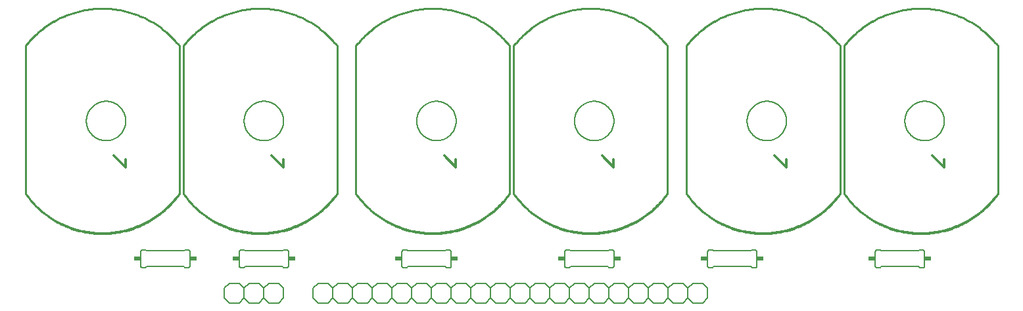
<source format=gto>
G75*
%MOIN*%
%OFA0B0*%
%FSLAX25Y25*%
%IPPOS*%
%LPD*%
%AMOC8*
5,1,8,0,0,1.08239X$1,22.5*
%
%ADD10C,0.00600*%
%ADD11C,0.00500*%
%ADD12C,0.01000*%
%ADD13C,0.01181*%
%ADD14R,0.03400X0.02400*%
D10*
X0064500Y0024000D02*
X0066000Y0024000D01*
X0066500Y0024500D01*
X0085500Y0024500D01*
X0086000Y0024000D01*
X0087500Y0024000D01*
X0087560Y0024002D01*
X0087621Y0024007D01*
X0087680Y0024016D01*
X0087739Y0024029D01*
X0087798Y0024045D01*
X0087855Y0024065D01*
X0087910Y0024088D01*
X0087965Y0024115D01*
X0088017Y0024144D01*
X0088068Y0024177D01*
X0088117Y0024213D01*
X0088163Y0024251D01*
X0088207Y0024293D01*
X0088249Y0024337D01*
X0088287Y0024383D01*
X0088323Y0024432D01*
X0088356Y0024483D01*
X0088385Y0024535D01*
X0088412Y0024590D01*
X0088435Y0024645D01*
X0088455Y0024702D01*
X0088471Y0024761D01*
X0088484Y0024820D01*
X0088493Y0024879D01*
X0088498Y0024940D01*
X0088500Y0025000D01*
X0088500Y0032000D01*
X0088498Y0032060D01*
X0088493Y0032121D01*
X0088484Y0032180D01*
X0088471Y0032239D01*
X0088455Y0032298D01*
X0088435Y0032355D01*
X0088412Y0032410D01*
X0088385Y0032465D01*
X0088356Y0032517D01*
X0088323Y0032568D01*
X0088287Y0032617D01*
X0088249Y0032663D01*
X0088207Y0032707D01*
X0088163Y0032749D01*
X0088117Y0032787D01*
X0088068Y0032823D01*
X0088017Y0032856D01*
X0087965Y0032885D01*
X0087910Y0032912D01*
X0087855Y0032935D01*
X0087798Y0032955D01*
X0087739Y0032971D01*
X0087680Y0032984D01*
X0087621Y0032993D01*
X0087560Y0032998D01*
X0087500Y0033000D01*
X0086000Y0033000D01*
X0085500Y0032500D01*
X0066500Y0032500D01*
X0066000Y0033000D01*
X0064500Y0033000D01*
X0064440Y0032998D01*
X0064379Y0032993D01*
X0064320Y0032984D01*
X0064261Y0032971D01*
X0064202Y0032955D01*
X0064145Y0032935D01*
X0064090Y0032912D01*
X0064035Y0032885D01*
X0063983Y0032856D01*
X0063932Y0032823D01*
X0063883Y0032787D01*
X0063837Y0032749D01*
X0063793Y0032707D01*
X0063751Y0032663D01*
X0063713Y0032617D01*
X0063677Y0032568D01*
X0063644Y0032517D01*
X0063615Y0032465D01*
X0063588Y0032410D01*
X0063565Y0032355D01*
X0063545Y0032298D01*
X0063529Y0032239D01*
X0063516Y0032180D01*
X0063507Y0032121D01*
X0063502Y0032060D01*
X0063500Y0032000D01*
X0063500Y0025000D01*
X0063502Y0024940D01*
X0063507Y0024879D01*
X0063516Y0024820D01*
X0063529Y0024761D01*
X0063545Y0024702D01*
X0063565Y0024645D01*
X0063588Y0024590D01*
X0063615Y0024535D01*
X0063644Y0024483D01*
X0063677Y0024432D01*
X0063713Y0024383D01*
X0063751Y0024337D01*
X0063793Y0024293D01*
X0063837Y0024251D01*
X0063883Y0024213D01*
X0063932Y0024177D01*
X0063983Y0024144D01*
X0064035Y0024115D01*
X0064090Y0024088D01*
X0064145Y0024065D01*
X0064202Y0024045D01*
X0064261Y0024029D01*
X0064320Y0024016D01*
X0064379Y0024007D01*
X0064440Y0024002D01*
X0064500Y0024000D01*
X0106000Y0013500D02*
X0106000Y0008500D01*
X0108500Y0006000D01*
X0113500Y0006000D01*
X0116000Y0008500D01*
X0116000Y0013500D01*
X0113500Y0016000D01*
X0108500Y0016000D01*
X0106000Y0013500D01*
X0116000Y0013500D02*
X0118500Y0016000D01*
X0123500Y0016000D01*
X0126000Y0013500D01*
X0128500Y0016000D01*
X0133500Y0016000D01*
X0136000Y0013500D01*
X0136000Y0008500D01*
X0133500Y0006000D01*
X0128500Y0006000D01*
X0126000Y0008500D01*
X0123500Y0006000D01*
X0118500Y0006000D01*
X0116000Y0008500D01*
X0126000Y0008500D02*
X0126000Y0013500D01*
X0151000Y0013500D02*
X0151000Y0008500D01*
X0153500Y0006000D01*
X0158500Y0006000D01*
X0161000Y0008500D01*
X0161000Y0013500D01*
X0158500Y0016000D01*
X0153500Y0016000D01*
X0151000Y0013500D01*
X0161000Y0013500D02*
X0163500Y0016000D01*
X0168500Y0016000D01*
X0171000Y0013500D01*
X0173500Y0016000D01*
X0178500Y0016000D01*
X0181000Y0013500D01*
X0183500Y0016000D01*
X0188500Y0016000D01*
X0191000Y0013500D01*
X0193500Y0016000D01*
X0198500Y0016000D01*
X0201000Y0013500D01*
X0203500Y0016000D01*
X0208500Y0016000D01*
X0211000Y0013500D01*
X0213500Y0016000D01*
X0218500Y0016000D01*
X0221000Y0013500D01*
X0223500Y0016000D01*
X0228500Y0016000D01*
X0231000Y0013500D01*
X0233500Y0016000D01*
X0238500Y0016000D01*
X0241000Y0013500D01*
X0243500Y0016000D01*
X0248500Y0016000D01*
X0251000Y0013500D01*
X0251000Y0008500D01*
X0248500Y0006000D01*
X0243500Y0006000D01*
X0241000Y0008500D01*
X0238500Y0006000D01*
X0233500Y0006000D01*
X0231000Y0008500D01*
X0231000Y0013500D01*
X0221000Y0013500D02*
X0221000Y0008500D01*
X0218500Y0006000D01*
X0213500Y0006000D01*
X0211000Y0008500D01*
X0208500Y0006000D01*
X0203500Y0006000D01*
X0201000Y0008500D01*
X0201000Y0013500D01*
X0191000Y0013500D02*
X0191000Y0008500D01*
X0188500Y0006000D01*
X0183500Y0006000D01*
X0181000Y0008500D01*
X0178500Y0006000D01*
X0173500Y0006000D01*
X0171000Y0008500D01*
X0171000Y0013500D01*
X0181000Y0013500D02*
X0181000Y0008500D01*
X0191000Y0008500D02*
X0193500Y0006000D01*
X0198500Y0006000D01*
X0201000Y0008500D01*
X0211000Y0008500D02*
X0211000Y0013500D01*
X0221000Y0008500D02*
X0223500Y0006000D01*
X0228500Y0006000D01*
X0231000Y0008500D01*
X0241000Y0008500D02*
X0241000Y0013500D01*
X0251000Y0013500D02*
X0253500Y0016000D01*
X0258500Y0016000D01*
X0261000Y0013500D01*
X0263500Y0016000D01*
X0268500Y0016000D01*
X0271000Y0013500D01*
X0273500Y0016000D01*
X0278500Y0016000D01*
X0281000Y0013500D01*
X0283500Y0016000D01*
X0288500Y0016000D01*
X0291000Y0013500D01*
X0293500Y0016000D01*
X0298500Y0016000D01*
X0301000Y0013500D01*
X0303500Y0016000D01*
X0308500Y0016000D01*
X0311000Y0013500D01*
X0313500Y0016000D01*
X0318500Y0016000D01*
X0321000Y0013500D01*
X0323500Y0016000D01*
X0328500Y0016000D01*
X0331000Y0013500D01*
X0333500Y0016000D01*
X0338500Y0016000D01*
X0341000Y0013500D01*
X0343500Y0016000D01*
X0348500Y0016000D01*
X0351000Y0013500D01*
X0351000Y0008500D01*
X0348500Y0006000D01*
X0343500Y0006000D01*
X0341000Y0008500D01*
X0338500Y0006000D01*
X0333500Y0006000D01*
X0331000Y0008500D01*
X0331000Y0013500D01*
X0321000Y0013500D02*
X0321000Y0008500D01*
X0318500Y0006000D01*
X0313500Y0006000D01*
X0311000Y0008500D01*
X0308500Y0006000D01*
X0303500Y0006000D01*
X0301000Y0008500D01*
X0301000Y0013500D01*
X0291000Y0013500D02*
X0291000Y0008500D01*
X0288500Y0006000D01*
X0283500Y0006000D01*
X0281000Y0008500D01*
X0278500Y0006000D01*
X0273500Y0006000D01*
X0271000Y0008500D01*
X0271000Y0013500D01*
X0261000Y0013500D02*
X0261000Y0008500D01*
X0258500Y0006000D01*
X0253500Y0006000D01*
X0251000Y0008500D01*
X0251000Y0013500D01*
X0261000Y0008500D02*
X0263500Y0006000D01*
X0268500Y0006000D01*
X0271000Y0008500D01*
X0281000Y0008500D02*
X0281000Y0013500D01*
X0291000Y0008500D02*
X0293500Y0006000D01*
X0298500Y0006000D01*
X0301000Y0008500D01*
X0311000Y0008500D02*
X0311000Y0013500D01*
X0321000Y0008500D02*
X0323500Y0006000D01*
X0328500Y0006000D01*
X0331000Y0008500D01*
X0341000Y0008500D02*
X0341000Y0013500D01*
X0352000Y0024000D02*
X0353500Y0024000D01*
X0354000Y0024500D01*
X0373000Y0024500D01*
X0373500Y0024000D01*
X0375000Y0024000D01*
X0375060Y0024002D01*
X0375121Y0024007D01*
X0375180Y0024016D01*
X0375239Y0024029D01*
X0375298Y0024045D01*
X0375355Y0024065D01*
X0375410Y0024088D01*
X0375465Y0024115D01*
X0375517Y0024144D01*
X0375568Y0024177D01*
X0375617Y0024213D01*
X0375663Y0024251D01*
X0375707Y0024293D01*
X0375749Y0024337D01*
X0375787Y0024383D01*
X0375823Y0024432D01*
X0375856Y0024483D01*
X0375885Y0024535D01*
X0375912Y0024590D01*
X0375935Y0024645D01*
X0375955Y0024702D01*
X0375971Y0024761D01*
X0375984Y0024820D01*
X0375993Y0024879D01*
X0375998Y0024940D01*
X0376000Y0025000D01*
X0376000Y0032000D01*
X0375998Y0032060D01*
X0375993Y0032121D01*
X0375984Y0032180D01*
X0375971Y0032239D01*
X0375955Y0032298D01*
X0375935Y0032355D01*
X0375912Y0032410D01*
X0375885Y0032465D01*
X0375856Y0032517D01*
X0375823Y0032568D01*
X0375787Y0032617D01*
X0375749Y0032663D01*
X0375707Y0032707D01*
X0375663Y0032749D01*
X0375617Y0032787D01*
X0375568Y0032823D01*
X0375517Y0032856D01*
X0375465Y0032885D01*
X0375410Y0032912D01*
X0375355Y0032935D01*
X0375298Y0032955D01*
X0375239Y0032971D01*
X0375180Y0032984D01*
X0375121Y0032993D01*
X0375060Y0032998D01*
X0375000Y0033000D01*
X0373500Y0033000D01*
X0373000Y0032500D01*
X0354000Y0032500D01*
X0353500Y0033000D01*
X0352000Y0033000D01*
X0351940Y0032998D01*
X0351879Y0032993D01*
X0351820Y0032984D01*
X0351761Y0032971D01*
X0351702Y0032955D01*
X0351645Y0032935D01*
X0351590Y0032912D01*
X0351535Y0032885D01*
X0351483Y0032856D01*
X0351432Y0032823D01*
X0351383Y0032787D01*
X0351337Y0032749D01*
X0351293Y0032707D01*
X0351251Y0032663D01*
X0351213Y0032617D01*
X0351177Y0032568D01*
X0351144Y0032517D01*
X0351115Y0032465D01*
X0351088Y0032410D01*
X0351065Y0032355D01*
X0351045Y0032298D01*
X0351029Y0032239D01*
X0351016Y0032180D01*
X0351007Y0032121D01*
X0351002Y0032060D01*
X0351000Y0032000D01*
X0351000Y0025000D01*
X0351002Y0024940D01*
X0351007Y0024879D01*
X0351016Y0024820D01*
X0351029Y0024761D01*
X0351045Y0024702D01*
X0351065Y0024645D01*
X0351088Y0024590D01*
X0351115Y0024535D01*
X0351144Y0024483D01*
X0351177Y0024432D01*
X0351213Y0024383D01*
X0351251Y0024337D01*
X0351293Y0024293D01*
X0351337Y0024251D01*
X0351383Y0024213D01*
X0351432Y0024177D01*
X0351483Y0024144D01*
X0351535Y0024115D01*
X0351590Y0024088D01*
X0351645Y0024065D01*
X0351702Y0024045D01*
X0351761Y0024029D01*
X0351820Y0024016D01*
X0351879Y0024007D01*
X0351940Y0024002D01*
X0352000Y0024000D01*
X0303500Y0025000D02*
X0303500Y0032000D01*
X0303498Y0032060D01*
X0303493Y0032121D01*
X0303484Y0032180D01*
X0303471Y0032239D01*
X0303455Y0032298D01*
X0303435Y0032355D01*
X0303412Y0032410D01*
X0303385Y0032465D01*
X0303356Y0032517D01*
X0303323Y0032568D01*
X0303287Y0032617D01*
X0303249Y0032663D01*
X0303207Y0032707D01*
X0303163Y0032749D01*
X0303117Y0032787D01*
X0303068Y0032823D01*
X0303017Y0032856D01*
X0302965Y0032885D01*
X0302910Y0032912D01*
X0302855Y0032935D01*
X0302798Y0032955D01*
X0302739Y0032971D01*
X0302680Y0032984D01*
X0302621Y0032993D01*
X0302560Y0032998D01*
X0302500Y0033000D01*
X0301000Y0033000D01*
X0300500Y0032500D01*
X0281500Y0032500D01*
X0281000Y0033000D01*
X0279500Y0033000D01*
X0279440Y0032998D01*
X0279379Y0032993D01*
X0279320Y0032984D01*
X0279261Y0032971D01*
X0279202Y0032955D01*
X0279145Y0032935D01*
X0279090Y0032912D01*
X0279035Y0032885D01*
X0278983Y0032856D01*
X0278932Y0032823D01*
X0278883Y0032787D01*
X0278837Y0032749D01*
X0278793Y0032707D01*
X0278751Y0032663D01*
X0278713Y0032617D01*
X0278677Y0032568D01*
X0278644Y0032517D01*
X0278615Y0032465D01*
X0278588Y0032410D01*
X0278565Y0032355D01*
X0278545Y0032298D01*
X0278529Y0032239D01*
X0278516Y0032180D01*
X0278507Y0032121D01*
X0278502Y0032060D01*
X0278500Y0032000D01*
X0278500Y0025000D01*
X0278502Y0024940D01*
X0278507Y0024879D01*
X0278516Y0024820D01*
X0278529Y0024761D01*
X0278545Y0024702D01*
X0278565Y0024645D01*
X0278588Y0024590D01*
X0278615Y0024535D01*
X0278644Y0024483D01*
X0278677Y0024432D01*
X0278713Y0024383D01*
X0278751Y0024337D01*
X0278793Y0024293D01*
X0278837Y0024251D01*
X0278883Y0024213D01*
X0278932Y0024177D01*
X0278983Y0024144D01*
X0279035Y0024115D01*
X0279090Y0024088D01*
X0279145Y0024065D01*
X0279202Y0024045D01*
X0279261Y0024029D01*
X0279320Y0024016D01*
X0279379Y0024007D01*
X0279440Y0024002D01*
X0279500Y0024000D01*
X0281000Y0024000D01*
X0281500Y0024500D01*
X0300500Y0024500D01*
X0301000Y0024000D01*
X0302500Y0024000D01*
X0302560Y0024002D01*
X0302621Y0024007D01*
X0302680Y0024016D01*
X0302739Y0024029D01*
X0302798Y0024045D01*
X0302855Y0024065D01*
X0302910Y0024088D01*
X0302965Y0024115D01*
X0303017Y0024144D01*
X0303068Y0024177D01*
X0303117Y0024213D01*
X0303163Y0024251D01*
X0303207Y0024293D01*
X0303249Y0024337D01*
X0303287Y0024383D01*
X0303323Y0024432D01*
X0303356Y0024483D01*
X0303385Y0024535D01*
X0303412Y0024590D01*
X0303435Y0024645D01*
X0303455Y0024702D01*
X0303471Y0024761D01*
X0303484Y0024820D01*
X0303493Y0024879D01*
X0303498Y0024940D01*
X0303500Y0025000D01*
X0221000Y0025000D02*
X0221000Y0032000D01*
X0220998Y0032060D01*
X0220993Y0032121D01*
X0220984Y0032180D01*
X0220971Y0032239D01*
X0220955Y0032298D01*
X0220935Y0032355D01*
X0220912Y0032410D01*
X0220885Y0032465D01*
X0220856Y0032517D01*
X0220823Y0032568D01*
X0220787Y0032617D01*
X0220749Y0032663D01*
X0220707Y0032707D01*
X0220663Y0032749D01*
X0220617Y0032787D01*
X0220568Y0032823D01*
X0220517Y0032856D01*
X0220465Y0032885D01*
X0220410Y0032912D01*
X0220355Y0032935D01*
X0220298Y0032955D01*
X0220239Y0032971D01*
X0220180Y0032984D01*
X0220121Y0032993D01*
X0220060Y0032998D01*
X0220000Y0033000D01*
X0218500Y0033000D01*
X0218000Y0032500D01*
X0199000Y0032500D01*
X0198500Y0033000D01*
X0197000Y0033000D01*
X0196940Y0032998D01*
X0196879Y0032993D01*
X0196820Y0032984D01*
X0196761Y0032971D01*
X0196702Y0032955D01*
X0196645Y0032935D01*
X0196590Y0032912D01*
X0196535Y0032885D01*
X0196483Y0032856D01*
X0196432Y0032823D01*
X0196383Y0032787D01*
X0196337Y0032749D01*
X0196293Y0032707D01*
X0196251Y0032663D01*
X0196213Y0032617D01*
X0196177Y0032568D01*
X0196144Y0032517D01*
X0196115Y0032465D01*
X0196088Y0032410D01*
X0196065Y0032355D01*
X0196045Y0032298D01*
X0196029Y0032239D01*
X0196016Y0032180D01*
X0196007Y0032121D01*
X0196002Y0032060D01*
X0196000Y0032000D01*
X0196000Y0025000D01*
X0196002Y0024940D01*
X0196007Y0024879D01*
X0196016Y0024820D01*
X0196029Y0024761D01*
X0196045Y0024702D01*
X0196065Y0024645D01*
X0196088Y0024590D01*
X0196115Y0024535D01*
X0196144Y0024483D01*
X0196177Y0024432D01*
X0196213Y0024383D01*
X0196251Y0024337D01*
X0196293Y0024293D01*
X0196337Y0024251D01*
X0196383Y0024213D01*
X0196432Y0024177D01*
X0196483Y0024144D01*
X0196535Y0024115D01*
X0196590Y0024088D01*
X0196645Y0024065D01*
X0196702Y0024045D01*
X0196761Y0024029D01*
X0196820Y0024016D01*
X0196879Y0024007D01*
X0196940Y0024002D01*
X0197000Y0024000D01*
X0198500Y0024000D01*
X0199000Y0024500D01*
X0218000Y0024500D01*
X0218500Y0024000D01*
X0220000Y0024000D01*
X0220060Y0024002D01*
X0220121Y0024007D01*
X0220180Y0024016D01*
X0220239Y0024029D01*
X0220298Y0024045D01*
X0220355Y0024065D01*
X0220410Y0024088D01*
X0220465Y0024115D01*
X0220517Y0024144D01*
X0220568Y0024177D01*
X0220617Y0024213D01*
X0220663Y0024251D01*
X0220707Y0024293D01*
X0220749Y0024337D01*
X0220787Y0024383D01*
X0220823Y0024432D01*
X0220856Y0024483D01*
X0220885Y0024535D01*
X0220912Y0024590D01*
X0220935Y0024645D01*
X0220955Y0024702D01*
X0220971Y0024761D01*
X0220984Y0024820D01*
X0220993Y0024879D01*
X0220998Y0024940D01*
X0221000Y0025000D01*
X0171000Y0008500D02*
X0168500Y0006000D01*
X0163500Y0006000D01*
X0161000Y0008500D01*
X0137500Y0024000D02*
X0136000Y0024000D01*
X0135500Y0024500D01*
X0116500Y0024500D01*
X0116000Y0024000D01*
X0114500Y0024000D01*
X0114440Y0024002D01*
X0114379Y0024007D01*
X0114320Y0024016D01*
X0114261Y0024029D01*
X0114202Y0024045D01*
X0114145Y0024065D01*
X0114090Y0024088D01*
X0114035Y0024115D01*
X0113983Y0024144D01*
X0113932Y0024177D01*
X0113883Y0024213D01*
X0113837Y0024251D01*
X0113793Y0024293D01*
X0113751Y0024337D01*
X0113713Y0024383D01*
X0113677Y0024432D01*
X0113644Y0024483D01*
X0113615Y0024535D01*
X0113588Y0024590D01*
X0113565Y0024645D01*
X0113545Y0024702D01*
X0113529Y0024761D01*
X0113516Y0024820D01*
X0113507Y0024879D01*
X0113502Y0024940D01*
X0113500Y0025000D01*
X0113500Y0032000D01*
X0113502Y0032060D01*
X0113507Y0032121D01*
X0113516Y0032180D01*
X0113529Y0032239D01*
X0113545Y0032298D01*
X0113565Y0032355D01*
X0113588Y0032410D01*
X0113615Y0032465D01*
X0113644Y0032517D01*
X0113677Y0032568D01*
X0113713Y0032617D01*
X0113751Y0032663D01*
X0113793Y0032707D01*
X0113837Y0032749D01*
X0113883Y0032787D01*
X0113932Y0032823D01*
X0113983Y0032856D01*
X0114035Y0032885D01*
X0114090Y0032912D01*
X0114145Y0032935D01*
X0114202Y0032955D01*
X0114261Y0032971D01*
X0114320Y0032984D01*
X0114379Y0032993D01*
X0114440Y0032998D01*
X0114500Y0033000D01*
X0116000Y0033000D01*
X0116500Y0032500D01*
X0135500Y0032500D01*
X0136000Y0033000D01*
X0137500Y0033000D01*
X0137560Y0032998D01*
X0137621Y0032993D01*
X0137680Y0032984D01*
X0137739Y0032971D01*
X0137798Y0032955D01*
X0137855Y0032935D01*
X0137910Y0032912D01*
X0137965Y0032885D01*
X0138017Y0032856D01*
X0138068Y0032823D01*
X0138117Y0032787D01*
X0138163Y0032749D01*
X0138207Y0032707D01*
X0138249Y0032663D01*
X0138287Y0032617D01*
X0138323Y0032568D01*
X0138356Y0032517D01*
X0138385Y0032465D01*
X0138412Y0032410D01*
X0138435Y0032355D01*
X0138455Y0032298D01*
X0138471Y0032239D01*
X0138484Y0032180D01*
X0138493Y0032121D01*
X0138498Y0032060D01*
X0138500Y0032000D01*
X0138500Y0025000D01*
X0138498Y0024940D01*
X0138493Y0024879D01*
X0138484Y0024820D01*
X0138471Y0024761D01*
X0138455Y0024702D01*
X0138435Y0024645D01*
X0138412Y0024590D01*
X0138385Y0024535D01*
X0138356Y0024483D01*
X0138323Y0024432D01*
X0138287Y0024383D01*
X0138249Y0024337D01*
X0138207Y0024293D01*
X0138163Y0024251D01*
X0138117Y0024213D01*
X0138068Y0024177D01*
X0138017Y0024144D01*
X0137965Y0024115D01*
X0137910Y0024088D01*
X0137855Y0024065D01*
X0137798Y0024045D01*
X0137739Y0024029D01*
X0137680Y0024016D01*
X0137621Y0024007D01*
X0137560Y0024002D01*
X0137500Y0024000D01*
X0436000Y0025000D02*
X0436000Y0032000D01*
X0436002Y0032060D01*
X0436007Y0032121D01*
X0436016Y0032180D01*
X0436029Y0032239D01*
X0436045Y0032298D01*
X0436065Y0032355D01*
X0436088Y0032410D01*
X0436115Y0032465D01*
X0436144Y0032517D01*
X0436177Y0032568D01*
X0436213Y0032617D01*
X0436251Y0032663D01*
X0436293Y0032707D01*
X0436337Y0032749D01*
X0436383Y0032787D01*
X0436432Y0032823D01*
X0436483Y0032856D01*
X0436535Y0032885D01*
X0436590Y0032912D01*
X0436645Y0032935D01*
X0436702Y0032955D01*
X0436761Y0032971D01*
X0436820Y0032984D01*
X0436879Y0032993D01*
X0436940Y0032998D01*
X0437000Y0033000D01*
X0438500Y0033000D01*
X0439000Y0032500D01*
X0458000Y0032500D01*
X0458500Y0033000D01*
X0460000Y0033000D01*
X0460060Y0032998D01*
X0460121Y0032993D01*
X0460180Y0032984D01*
X0460239Y0032971D01*
X0460298Y0032955D01*
X0460355Y0032935D01*
X0460410Y0032912D01*
X0460465Y0032885D01*
X0460517Y0032856D01*
X0460568Y0032823D01*
X0460617Y0032787D01*
X0460663Y0032749D01*
X0460707Y0032707D01*
X0460749Y0032663D01*
X0460787Y0032617D01*
X0460823Y0032568D01*
X0460856Y0032517D01*
X0460885Y0032465D01*
X0460912Y0032410D01*
X0460935Y0032355D01*
X0460955Y0032298D01*
X0460971Y0032239D01*
X0460984Y0032180D01*
X0460993Y0032121D01*
X0460998Y0032060D01*
X0461000Y0032000D01*
X0461000Y0025000D01*
X0460998Y0024940D01*
X0460993Y0024879D01*
X0460984Y0024820D01*
X0460971Y0024761D01*
X0460955Y0024702D01*
X0460935Y0024645D01*
X0460912Y0024590D01*
X0460885Y0024535D01*
X0460856Y0024483D01*
X0460823Y0024432D01*
X0460787Y0024383D01*
X0460749Y0024337D01*
X0460707Y0024293D01*
X0460663Y0024251D01*
X0460617Y0024213D01*
X0460568Y0024177D01*
X0460517Y0024144D01*
X0460465Y0024115D01*
X0460410Y0024088D01*
X0460355Y0024065D01*
X0460298Y0024045D01*
X0460239Y0024029D01*
X0460180Y0024016D01*
X0460121Y0024007D01*
X0460060Y0024002D01*
X0460000Y0024000D01*
X0458500Y0024000D01*
X0458000Y0024500D01*
X0439000Y0024500D01*
X0438500Y0024000D01*
X0437000Y0024000D01*
X0436940Y0024002D01*
X0436879Y0024007D01*
X0436820Y0024016D01*
X0436761Y0024029D01*
X0436702Y0024045D01*
X0436645Y0024065D01*
X0436590Y0024088D01*
X0436535Y0024115D01*
X0436483Y0024144D01*
X0436432Y0024177D01*
X0436383Y0024213D01*
X0436337Y0024251D01*
X0436293Y0024293D01*
X0436251Y0024337D01*
X0436213Y0024383D01*
X0436177Y0024432D01*
X0436144Y0024483D01*
X0436115Y0024535D01*
X0436088Y0024590D01*
X0436065Y0024645D01*
X0436045Y0024702D01*
X0436029Y0024761D01*
X0436016Y0024820D01*
X0436007Y0024879D01*
X0436002Y0024940D01*
X0436000Y0025000D01*
D11*
X0420094Y0061689D02*
X0420785Y0060746D01*
X0421499Y0059820D01*
X0422235Y0058912D01*
X0422993Y0058022D01*
X0423773Y0057151D01*
X0424573Y0056299D01*
X0425394Y0055467D01*
X0426235Y0054655D01*
X0427096Y0053864D01*
X0427976Y0053094D01*
X0428874Y0052346D01*
X0429790Y0051619D01*
X0430724Y0050916D01*
X0431674Y0050235D01*
X0432641Y0049578D01*
X0433623Y0048944D01*
X0434621Y0048335D01*
X0435633Y0047750D01*
X0436659Y0047190D01*
X0437698Y0046655D01*
X0438751Y0046145D01*
X0439815Y0045662D01*
X0440891Y0045204D01*
X0441977Y0044773D01*
X0443074Y0044368D01*
X0444180Y0043991D01*
X0445296Y0043640D01*
X0446419Y0043317D01*
X0447550Y0043021D01*
X0448688Y0042752D01*
X0449832Y0042512D01*
X0450981Y0042299D01*
X0452136Y0042115D01*
X0453294Y0041959D01*
X0454456Y0041831D01*
X0455621Y0041731D01*
X0456788Y0041660D01*
X0457956Y0041617D01*
X0459125Y0041603D01*
X0460294Y0041617D01*
X0461462Y0041660D01*
X0462629Y0041731D01*
X0463794Y0041831D01*
X0464956Y0041959D01*
X0466114Y0042115D01*
X0467269Y0042299D01*
X0468418Y0042512D01*
X0469562Y0042752D01*
X0470700Y0043021D01*
X0471831Y0043317D01*
X0472954Y0043640D01*
X0474070Y0043991D01*
X0475176Y0044368D01*
X0476273Y0044773D01*
X0477359Y0045204D01*
X0478435Y0045662D01*
X0479499Y0046145D01*
X0480552Y0046655D01*
X0481591Y0047190D01*
X0482617Y0047750D01*
X0483629Y0048335D01*
X0484627Y0048944D01*
X0485609Y0049578D01*
X0486576Y0050235D01*
X0487526Y0050916D01*
X0488460Y0051619D01*
X0489376Y0052346D01*
X0490274Y0053094D01*
X0491154Y0053864D01*
X0492015Y0054655D01*
X0492856Y0055467D01*
X0493677Y0056299D01*
X0494477Y0057151D01*
X0495257Y0058022D01*
X0496015Y0058912D01*
X0496751Y0059820D01*
X0497465Y0060746D01*
X0498156Y0061689D01*
X0451000Y0098500D02*
X0451003Y0098745D01*
X0451012Y0098991D01*
X0451027Y0099236D01*
X0451048Y0099480D01*
X0451075Y0099724D01*
X0451108Y0099967D01*
X0451147Y0100210D01*
X0451192Y0100451D01*
X0451243Y0100691D01*
X0451300Y0100930D01*
X0451362Y0101167D01*
X0451431Y0101403D01*
X0451505Y0101637D01*
X0451585Y0101869D01*
X0451670Y0102099D01*
X0451761Y0102327D01*
X0451858Y0102552D01*
X0451960Y0102776D01*
X0452068Y0102996D01*
X0452181Y0103214D01*
X0452299Y0103429D01*
X0452423Y0103641D01*
X0452551Y0103850D01*
X0452685Y0104056D01*
X0452824Y0104258D01*
X0452968Y0104457D01*
X0453117Y0104652D01*
X0453270Y0104844D01*
X0453428Y0105032D01*
X0453590Y0105216D01*
X0453758Y0105395D01*
X0453929Y0105571D01*
X0454105Y0105742D01*
X0454284Y0105910D01*
X0454468Y0106072D01*
X0454656Y0106230D01*
X0454848Y0106383D01*
X0455043Y0106532D01*
X0455242Y0106676D01*
X0455444Y0106815D01*
X0455650Y0106949D01*
X0455859Y0107077D01*
X0456071Y0107201D01*
X0456286Y0107319D01*
X0456504Y0107432D01*
X0456724Y0107540D01*
X0456948Y0107642D01*
X0457173Y0107739D01*
X0457401Y0107830D01*
X0457631Y0107915D01*
X0457863Y0107995D01*
X0458097Y0108069D01*
X0458333Y0108138D01*
X0458570Y0108200D01*
X0458809Y0108257D01*
X0459049Y0108308D01*
X0459290Y0108353D01*
X0459533Y0108392D01*
X0459776Y0108425D01*
X0460020Y0108452D01*
X0460264Y0108473D01*
X0460509Y0108488D01*
X0460755Y0108497D01*
X0461000Y0108500D01*
X0461245Y0108497D01*
X0461491Y0108488D01*
X0461736Y0108473D01*
X0461980Y0108452D01*
X0462224Y0108425D01*
X0462467Y0108392D01*
X0462710Y0108353D01*
X0462951Y0108308D01*
X0463191Y0108257D01*
X0463430Y0108200D01*
X0463667Y0108138D01*
X0463903Y0108069D01*
X0464137Y0107995D01*
X0464369Y0107915D01*
X0464599Y0107830D01*
X0464827Y0107739D01*
X0465052Y0107642D01*
X0465276Y0107540D01*
X0465496Y0107432D01*
X0465714Y0107319D01*
X0465929Y0107201D01*
X0466141Y0107077D01*
X0466350Y0106949D01*
X0466556Y0106815D01*
X0466758Y0106676D01*
X0466957Y0106532D01*
X0467152Y0106383D01*
X0467344Y0106230D01*
X0467532Y0106072D01*
X0467716Y0105910D01*
X0467895Y0105742D01*
X0468071Y0105571D01*
X0468242Y0105395D01*
X0468410Y0105216D01*
X0468572Y0105032D01*
X0468730Y0104844D01*
X0468883Y0104652D01*
X0469032Y0104457D01*
X0469176Y0104258D01*
X0469315Y0104056D01*
X0469449Y0103850D01*
X0469577Y0103641D01*
X0469701Y0103429D01*
X0469819Y0103214D01*
X0469932Y0102996D01*
X0470040Y0102776D01*
X0470142Y0102552D01*
X0470239Y0102327D01*
X0470330Y0102099D01*
X0470415Y0101869D01*
X0470495Y0101637D01*
X0470569Y0101403D01*
X0470638Y0101167D01*
X0470700Y0100930D01*
X0470757Y0100691D01*
X0470808Y0100451D01*
X0470853Y0100210D01*
X0470892Y0099967D01*
X0470925Y0099724D01*
X0470952Y0099480D01*
X0470973Y0099236D01*
X0470988Y0098991D01*
X0470997Y0098745D01*
X0471000Y0098500D01*
X0470997Y0098255D01*
X0470988Y0098009D01*
X0470973Y0097764D01*
X0470952Y0097520D01*
X0470925Y0097276D01*
X0470892Y0097033D01*
X0470853Y0096790D01*
X0470808Y0096549D01*
X0470757Y0096309D01*
X0470700Y0096070D01*
X0470638Y0095833D01*
X0470569Y0095597D01*
X0470495Y0095363D01*
X0470415Y0095131D01*
X0470330Y0094901D01*
X0470239Y0094673D01*
X0470142Y0094448D01*
X0470040Y0094224D01*
X0469932Y0094004D01*
X0469819Y0093786D01*
X0469701Y0093571D01*
X0469577Y0093359D01*
X0469449Y0093150D01*
X0469315Y0092944D01*
X0469176Y0092742D01*
X0469032Y0092543D01*
X0468883Y0092348D01*
X0468730Y0092156D01*
X0468572Y0091968D01*
X0468410Y0091784D01*
X0468242Y0091605D01*
X0468071Y0091429D01*
X0467895Y0091258D01*
X0467716Y0091090D01*
X0467532Y0090928D01*
X0467344Y0090770D01*
X0467152Y0090617D01*
X0466957Y0090468D01*
X0466758Y0090324D01*
X0466556Y0090185D01*
X0466350Y0090051D01*
X0466141Y0089923D01*
X0465929Y0089799D01*
X0465714Y0089681D01*
X0465496Y0089568D01*
X0465276Y0089460D01*
X0465052Y0089358D01*
X0464827Y0089261D01*
X0464599Y0089170D01*
X0464369Y0089085D01*
X0464137Y0089005D01*
X0463903Y0088931D01*
X0463667Y0088862D01*
X0463430Y0088800D01*
X0463191Y0088743D01*
X0462951Y0088692D01*
X0462710Y0088647D01*
X0462467Y0088608D01*
X0462224Y0088575D01*
X0461980Y0088548D01*
X0461736Y0088527D01*
X0461491Y0088512D01*
X0461245Y0088503D01*
X0461000Y0088500D01*
X0460755Y0088503D01*
X0460509Y0088512D01*
X0460264Y0088527D01*
X0460020Y0088548D01*
X0459776Y0088575D01*
X0459533Y0088608D01*
X0459290Y0088647D01*
X0459049Y0088692D01*
X0458809Y0088743D01*
X0458570Y0088800D01*
X0458333Y0088862D01*
X0458097Y0088931D01*
X0457863Y0089005D01*
X0457631Y0089085D01*
X0457401Y0089170D01*
X0457173Y0089261D01*
X0456948Y0089358D01*
X0456724Y0089460D01*
X0456504Y0089568D01*
X0456286Y0089681D01*
X0456071Y0089799D01*
X0455859Y0089923D01*
X0455650Y0090051D01*
X0455444Y0090185D01*
X0455242Y0090324D01*
X0455043Y0090468D01*
X0454848Y0090617D01*
X0454656Y0090770D01*
X0454468Y0090928D01*
X0454284Y0091090D01*
X0454105Y0091258D01*
X0453929Y0091429D01*
X0453758Y0091605D01*
X0453590Y0091784D01*
X0453428Y0091968D01*
X0453270Y0092156D01*
X0453117Y0092348D01*
X0452968Y0092543D01*
X0452824Y0092742D01*
X0452685Y0092944D01*
X0452551Y0093150D01*
X0452423Y0093359D01*
X0452299Y0093571D01*
X0452181Y0093786D01*
X0452068Y0094004D01*
X0451960Y0094224D01*
X0451858Y0094448D01*
X0451761Y0094673D01*
X0451670Y0094901D01*
X0451585Y0095131D01*
X0451505Y0095363D01*
X0451431Y0095597D01*
X0451362Y0095833D01*
X0451300Y0096070D01*
X0451243Y0096309D01*
X0451192Y0096549D01*
X0451147Y0096790D01*
X0451108Y0097033D01*
X0451075Y0097276D01*
X0451048Y0097520D01*
X0451027Y0097764D01*
X0451012Y0098009D01*
X0451003Y0098255D01*
X0451000Y0098500D01*
X0420095Y0136561D02*
X0420856Y0137506D01*
X0421640Y0138433D01*
X0422447Y0139340D01*
X0423276Y0140227D01*
X0424126Y0141093D01*
X0424997Y0141938D01*
X0425889Y0142762D01*
X0426800Y0143564D01*
X0427731Y0144343D01*
X0428680Y0145100D01*
X0429648Y0145832D01*
X0430633Y0146541D01*
X0431636Y0147226D01*
X0432655Y0147886D01*
X0433689Y0148521D01*
X0434739Y0149130D01*
X0435804Y0149713D01*
X0436882Y0150271D01*
X0437974Y0150801D01*
X0439078Y0151305D01*
X0440194Y0151782D01*
X0441322Y0152231D01*
X0442460Y0152653D01*
X0443609Y0153046D01*
X0444766Y0153412D01*
X0445933Y0153749D01*
X0447107Y0154057D01*
X0448288Y0154336D01*
X0449476Y0154587D01*
X0450669Y0154808D01*
X0451868Y0155001D01*
X0453071Y0155163D01*
X0454277Y0155297D01*
X0455487Y0155400D01*
X0456698Y0155475D01*
X0457911Y0155519D01*
X0459125Y0155534D01*
X0460339Y0155519D01*
X0461552Y0155475D01*
X0462763Y0155400D01*
X0463973Y0155297D01*
X0465179Y0155163D01*
X0466382Y0155001D01*
X0467581Y0154808D01*
X0468774Y0154587D01*
X0469962Y0154336D01*
X0471143Y0154057D01*
X0472317Y0153749D01*
X0473484Y0153412D01*
X0474641Y0153046D01*
X0475790Y0152653D01*
X0476928Y0152231D01*
X0478056Y0151782D01*
X0479172Y0151305D01*
X0480276Y0150801D01*
X0481368Y0150271D01*
X0482446Y0149713D01*
X0483511Y0149130D01*
X0484561Y0148521D01*
X0485595Y0147886D01*
X0486614Y0147226D01*
X0487617Y0146541D01*
X0488602Y0145832D01*
X0489570Y0145100D01*
X0490519Y0144343D01*
X0491450Y0143564D01*
X0492361Y0142762D01*
X0493253Y0141938D01*
X0494124Y0141093D01*
X0494974Y0140227D01*
X0495803Y0139340D01*
X0496610Y0138433D01*
X0497394Y0137506D01*
X0498155Y0136561D01*
X0418155Y0136561D02*
X0417394Y0137506D01*
X0416610Y0138433D01*
X0415803Y0139340D01*
X0414974Y0140227D01*
X0414124Y0141093D01*
X0413253Y0141938D01*
X0412361Y0142762D01*
X0411450Y0143564D01*
X0410519Y0144343D01*
X0409570Y0145100D01*
X0408602Y0145832D01*
X0407617Y0146541D01*
X0406614Y0147226D01*
X0405595Y0147886D01*
X0404561Y0148521D01*
X0403511Y0149130D01*
X0402446Y0149713D01*
X0401368Y0150271D01*
X0400276Y0150801D01*
X0399172Y0151305D01*
X0398056Y0151782D01*
X0396928Y0152231D01*
X0395790Y0152653D01*
X0394641Y0153046D01*
X0393484Y0153412D01*
X0392317Y0153749D01*
X0391143Y0154057D01*
X0389962Y0154336D01*
X0388774Y0154587D01*
X0387581Y0154808D01*
X0386382Y0155001D01*
X0385179Y0155163D01*
X0383973Y0155297D01*
X0382763Y0155400D01*
X0381552Y0155475D01*
X0380339Y0155519D01*
X0379125Y0155534D01*
X0377911Y0155519D01*
X0376698Y0155475D01*
X0375487Y0155400D01*
X0374277Y0155297D01*
X0373071Y0155163D01*
X0371868Y0155001D01*
X0370669Y0154808D01*
X0369476Y0154587D01*
X0368288Y0154336D01*
X0367107Y0154057D01*
X0365933Y0153749D01*
X0364766Y0153412D01*
X0363609Y0153046D01*
X0362460Y0152653D01*
X0361322Y0152231D01*
X0360194Y0151782D01*
X0359078Y0151305D01*
X0357974Y0150801D01*
X0356882Y0150271D01*
X0355804Y0149713D01*
X0354739Y0149130D01*
X0353689Y0148521D01*
X0352655Y0147886D01*
X0351636Y0147226D01*
X0350633Y0146541D01*
X0349648Y0145832D01*
X0348680Y0145100D01*
X0347731Y0144343D01*
X0346800Y0143564D01*
X0345889Y0142762D01*
X0344997Y0141938D01*
X0344126Y0141093D01*
X0343276Y0140227D01*
X0342447Y0139340D01*
X0341640Y0138433D01*
X0340856Y0137506D01*
X0340095Y0136561D01*
X0330655Y0136561D02*
X0329894Y0137506D01*
X0329110Y0138433D01*
X0328303Y0139340D01*
X0327474Y0140227D01*
X0326624Y0141093D01*
X0325753Y0141938D01*
X0324861Y0142762D01*
X0323950Y0143564D01*
X0323019Y0144343D01*
X0322070Y0145100D01*
X0321102Y0145832D01*
X0320117Y0146541D01*
X0319114Y0147226D01*
X0318095Y0147886D01*
X0317061Y0148521D01*
X0316011Y0149130D01*
X0314946Y0149713D01*
X0313868Y0150271D01*
X0312776Y0150801D01*
X0311672Y0151305D01*
X0310556Y0151782D01*
X0309428Y0152231D01*
X0308290Y0152653D01*
X0307141Y0153046D01*
X0305984Y0153412D01*
X0304817Y0153749D01*
X0303643Y0154057D01*
X0302462Y0154336D01*
X0301274Y0154587D01*
X0300081Y0154808D01*
X0298882Y0155001D01*
X0297679Y0155163D01*
X0296473Y0155297D01*
X0295263Y0155400D01*
X0294052Y0155475D01*
X0292839Y0155519D01*
X0291625Y0155534D01*
X0290411Y0155519D01*
X0289198Y0155475D01*
X0287987Y0155400D01*
X0286777Y0155297D01*
X0285571Y0155163D01*
X0284368Y0155001D01*
X0283169Y0154808D01*
X0281976Y0154587D01*
X0280788Y0154336D01*
X0279607Y0154057D01*
X0278433Y0153749D01*
X0277266Y0153412D01*
X0276109Y0153046D01*
X0274960Y0152653D01*
X0273822Y0152231D01*
X0272694Y0151782D01*
X0271578Y0151305D01*
X0270474Y0150801D01*
X0269382Y0150271D01*
X0268304Y0149713D01*
X0267239Y0149130D01*
X0266189Y0148521D01*
X0265155Y0147886D01*
X0264136Y0147226D01*
X0263133Y0146541D01*
X0262148Y0145832D01*
X0261180Y0145100D01*
X0260231Y0144343D01*
X0259300Y0143564D01*
X0258389Y0142762D01*
X0257497Y0141938D01*
X0256626Y0141093D01*
X0255776Y0140227D01*
X0254947Y0139340D01*
X0254140Y0138433D01*
X0253356Y0137506D01*
X0252595Y0136561D01*
X0250655Y0136561D02*
X0249894Y0137506D01*
X0249110Y0138433D01*
X0248303Y0139340D01*
X0247474Y0140227D01*
X0246624Y0141093D01*
X0245753Y0141938D01*
X0244861Y0142762D01*
X0243950Y0143564D01*
X0243019Y0144343D01*
X0242070Y0145100D01*
X0241102Y0145832D01*
X0240117Y0146541D01*
X0239114Y0147226D01*
X0238095Y0147886D01*
X0237061Y0148521D01*
X0236011Y0149130D01*
X0234946Y0149713D01*
X0233868Y0150271D01*
X0232776Y0150801D01*
X0231672Y0151305D01*
X0230556Y0151782D01*
X0229428Y0152231D01*
X0228290Y0152653D01*
X0227141Y0153046D01*
X0225984Y0153412D01*
X0224817Y0153749D01*
X0223643Y0154057D01*
X0222462Y0154336D01*
X0221274Y0154587D01*
X0220081Y0154808D01*
X0218882Y0155001D01*
X0217679Y0155163D01*
X0216473Y0155297D01*
X0215263Y0155400D01*
X0214052Y0155475D01*
X0212839Y0155519D01*
X0211625Y0155534D01*
X0210411Y0155519D01*
X0209198Y0155475D01*
X0207987Y0155400D01*
X0206777Y0155297D01*
X0205571Y0155163D01*
X0204368Y0155001D01*
X0203169Y0154808D01*
X0201976Y0154587D01*
X0200788Y0154336D01*
X0199607Y0154057D01*
X0198433Y0153749D01*
X0197266Y0153412D01*
X0196109Y0153046D01*
X0194960Y0152653D01*
X0193822Y0152231D01*
X0192694Y0151782D01*
X0191578Y0151305D01*
X0190474Y0150801D01*
X0189382Y0150271D01*
X0188304Y0149713D01*
X0187239Y0149130D01*
X0186189Y0148521D01*
X0185155Y0147886D01*
X0184136Y0147226D01*
X0183133Y0146541D01*
X0182148Y0145832D01*
X0181180Y0145100D01*
X0180231Y0144343D01*
X0179300Y0143564D01*
X0178389Y0142762D01*
X0177497Y0141938D01*
X0176626Y0141093D01*
X0175776Y0140227D01*
X0174947Y0139340D01*
X0174140Y0138433D01*
X0173356Y0137506D01*
X0172595Y0136561D01*
X0163155Y0136561D02*
X0162394Y0137506D01*
X0161610Y0138433D01*
X0160803Y0139340D01*
X0159974Y0140227D01*
X0159124Y0141093D01*
X0158253Y0141938D01*
X0157361Y0142762D01*
X0156450Y0143564D01*
X0155519Y0144343D01*
X0154570Y0145100D01*
X0153602Y0145832D01*
X0152617Y0146541D01*
X0151614Y0147226D01*
X0150595Y0147886D01*
X0149561Y0148521D01*
X0148511Y0149130D01*
X0147446Y0149713D01*
X0146368Y0150271D01*
X0145276Y0150801D01*
X0144172Y0151305D01*
X0143056Y0151782D01*
X0141928Y0152231D01*
X0140790Y0152653D01*
X0139641Y0153046D01*
X0138484Y0153412D01*
X0137317Y0153749D01*
X0136143Y0154057D01*
X0134962Y0154336D01*
X0133774Y0154587D01*
X0132581Y0154808D01*
X0131382Y0155001D01*
X0130179Y0155163D01*
X0128973Y0155297D01*
X0127763Y0155400D01*
X0126552Y0155475D01*
X0125339Y0155519D01*
X0124125Y0155534D01*
X0122911Y0155519D01*
X0121698Y0155475D01*
X0120487Y0155400D01*
X0119277Y0155297D01*
X0118071Y0155163D01*
X0116868Y0155001D01*
X0115669Y0154808D01*
X0114476Y0154587D01*
X0113288Y0154336D01*
X0112107Y0154057D01*
X0110933Y0153749D01*
X0109766Y0153412D01*
X0108609Y0153046D01*
X0107460Y0152653D01*
X0106322Y0152231D01*
X0105194Y0151782D01*
X0104078Y0151305D01*
X0102974Y0150801D01*
X0101882Y0150271D01*
X0100804Y0149713D01*
X0099739Y0149130D01*
X0098689Y0148521D01*
X0097655Y0147886D01*
X0096636Y0147226D01*
X0095633Y0146541D01*
X0094648Y0145832D01*
X0093680Y0145100D01*
X0092731Y0144343D01*
X0091800Y0143564D01*
X0090889Y0142762D01*
X0089997Y0141938D01*
X0089126Y0141093D01*
X0088276Y0140227D01*
X0087447Y0139340D01*
X0086640Y0138433D01*
X0085856Y0137506D01*
X0085095Y0136561D01*
X0083155Y0136561D02*
X0082394Y0137506D01*
X0081610Y0138433D01*
X0080803Y0139340D01*
X0079974Y0140227D01*
X0079124Y0141093D01*
X0078253Y0141938D01*
X0077361Y0142762D01*
X0076450Y0143564D01*
X0075519Y0144343D01*
X0074570Y0145100D01*
X0073602Y0145832D01*
X0072617Y0146541D01*
X0071614Y0147226D01*
X0070595Y0147886D01*
X0069561Y0148521D01*
X0068511Y0149130D01*
X0067446Y0149713D01*
X0066368Y0150271D01*
X0065276Y0150801D01*
X0064172Y0151305D01*
X0063056Y0151782D01*
X0061928Y0152231D01*
X0060790Y0152653D01*
X0059641Y0153046D01*
X0058484Y0153412D01*
X0057317Y0153749D01*
X0056143Y0154057D01*
X0054962Y0154336D01*
X0053774Y0154587D01*
X0052581Y0154808D01*
X0051382Y0155001D01*
X0050179Y0155163D01*
X0048973Y0155297D01*
X0047763Y0155400D01*
X0046552Y0155475D01*
X0045339Y0155519D01*
X0044125Y0155534D01*
X0042911Y0155519D01*
X0041698Y0155475D01*
X0040487Y0155400D01*
X0039277Y0155297D01*
X0038071Y0155163D01*
X0036868Y0155001D01*
X0035669Y0154808D01*
X0034476Y0154587D01*
X0033288Y0154336D01*
X0032107Y0154057D01*
X0030933Y0153749D01*
X0029766Y0153412D01*
X0028609Y0153046D01*
X0027460Y0152653D01*
X0026322Y0152231D01*
X0025194Y0151782D01*
X0024078Y0151305D01*
X0022974Y0150801D01*
X0021882Y0150271D01*
X0020804Y0149713D01*
X0019739Y0149130D01*
X0018689Y0148521D01*
X0017655Y0147886D01*
X0016636Y0147226D01*
X0015633Y0146541D01*
X0014648Y0145832D01*
X0013680Y0145100D01*
X0012731Y0144343D01*
X0011800Y0143564D01*
X0010889Y0142762D01*
X0009997Y0141938D01*
X0009126Y0141093D01*
X0008276Y0140227D01*
X0007447Y0139340D01*
X0006640Y0138433D01*
X0005856Y0137506D01*
X0005095Y0136561D01*
X0036000Y0098500D02*
X0036003Y0098745D01*
X0036012Y0098991D01*
X0036027Y0099236D01*
X0036048Y0099480D01*
X0036075Y0099724D01*
X0036108Y0099967D01*
X0036147Y0100210D01*
X0036192Y0100451D01*
X0036243Y0100691D01*
X0036300Y0100930D01*
X0036362Y0101167D01*
X0036431Y0101403D01*
X0036505Y0101637D01*
X0036585Y0101869D01*
X0036670Y0102099D01*
X0036761Y0102327D01*
X0036858Y0102552D01*
X0036960Y0102776D01*
X0037068Y0102996D01*
X0037181Y0103214D01*
X0037299Y0103429D01*
X0037423Y0103641D01*
X0037551Y0103850D01*
X0037685Y0104056D01*
X0037824Y0104258D01*
X0037968Y0104457D01*
X0038117Y0104652D01*
X0038270Y0104844D01*
X0038428Y0105032D01*
X0038590Y0105216D01*
X0038758Y0105395D01*
X0038929Y0105571D01*
X0039105Y0105742D01*
X0039284Y0105910D01*
X0039468Y0106072D01*
X0039656Y0106230D01*
X0039848Y0106383D01*
X0040043Y0106532D01*
X0040242Y0106676D01*
X0040444Y0106815D01*
X0040650Y0106949D01*
X0040859Y0107077D01*
X0041071Y0107201D01*
X0041286Y0107319D01*
X0041504Y0107432D01*
X0041724Y0107540D01*
X0041948Y0107642D01*
X0042173Y0107739D01*
X0042401Y0107830D01*
X0042631Y0107915D01*
X0042863Y0107995D01*
X0043097Y0108069D01*
X0043333Y0108138D01*
X0043570Y0108200D01*
X0043809Y0108257D01*
X0044049Y0108308D01*
X0044290Y0108353D01*
X0044533Y0108392D01*
X0044776Y0108425D01*
X0045020Y0108452D01*
X0045264Y0108473D01*
X0045509Y0108488D01*
X0045755Y0108497D01*
X0046000Y0108500D01*
X0046245Y0108497D01*
X0046491Y0108488D01*
X0046736Y0108473D01*
X0046980Y0108452D01*
X0047224Y0108425D01*
X0047467Y0108392D01*
X0047710Y0108353D01*
X0047951Y0108308D01*
X0048191Y0108257D01*
X0048430Y0108200D01*
X0048667Y0108138D01*
X0048903Y0108069D01*
X0049137Y0107995D01*
X0049369Y0107915D01*
X0049599Y0107830D01*
X0049827Y0107739D01*
X0050052Y0107642D01*
X0050276Y0107540D01*
X0050496Y0107432D01*
X0050714Y0107319D01*
X0050929Y0107201D01*
X0051141Y0107077D01*
X0051350Y0106949D01*
X0051556Y0106815D01*
X0051758Y0106676D01*
X0051957Y0106532D01*
X0052152Y0106383D01*
X0052344Y0106230D01*
X0052532Y0106072D01*
X0052716Y0105910D01*
X0052895Y0105742D01*
X0053071Y0105571D01*
X0053242Y0105395D01*
X0053410Y0105216D01*
X0053572Y0105032D01*
X0053730Y0104844D01*
X0053883Y0104652D01*
X0054032Y0104457D01*
X0054176Y0104258D01*
X0054315Y0104056D01*
X0054449Y0103850D01*
X0054577Y0103641D01*
X0054701Y0103429D01*
X0054819Y0103214D01*
X0054932Y0102996D01*
X0055040Y0102776D01*
X0055142Y0102552D01*
X0055239Y0102327D01*
X0055330Y0102099D01*
X0055415Y0101869D01*
X0055495Y0101637D01*
X0055569Y0101403D01*
X0055638Y0101167D01*
X0055700Y0100930D01*
X0055757Y0100691D01*
X0055808Y0100451D01*
X0055853Y0100210D01*
X0055892Y0099967D01*
X0055925Y0099724D01*
X0055952Y0099480D01*
X0055973Y0099236D01*
X0055988Y0098991D01*
X0055997Y0098745D01*
X0056000Y0098500D01*
X0055997Y0098255D01*
X0055988Y0098009D01*
X0055973Y0097764D01*
X0055952Y0097520D01*
X0055925Y0097276D01*
X0055892Y0097033D01*
X0055853Y0096790D01*
X0055808Y0096549D01*
X0055757Y0096309D01*
X0055700Y0096070D01*
X0055638Y0095833D01*
X0055569Y0095597D01*
X0055495Y0095363D01*
X0055415Y0095131D01*
X0055330Y0094901D01*
X0055239Y0094673D01*
X0055142Y0094448D01*
X0055040Y0094224D01*
X0054932Y0094004D01*
X0054819Y0093786D01*
X0054701Y0093571D01*
X0054577Y0093359D01*
X0054449Y0093150D01*
X0054315Y0092944D01*
X0054176Y0092742D01*
X0054032Y0092543D01*
X0053883Y0092348D01*
X0053730Y0092156D01*
X0053572Y0091968D01*
X0053410Y0091784D01*
X0053242Y0091605D01*
X0053071Y0091429D01*
X0052895Y0091258D01*
X0052716Y0091090D01*
X0052532Y0090928D01*
X0052344Y0090770D01*
X0052152Y0090617D01*
X0051957Y0090468D01*
X0051758Y0090324D01*
X0051556Y0090185D01*
X0051350Y0090051D01*
X0051141Y0089923D01*
X0050929Y0089799D01*
X0050714Y0089681D01*
X0050496Y0089568D01*
X0050276Y0089460D01*
X0050052Y0089358D01*
X0049827Y0089261D01*
X0049599Y0089170D01*
X0049369Y0089085D01*
X0049137Y0089005D01*
X0048903Y0088931D01*
X0048667Y0088862D01*
X0048430Y0088800D01*
X0048191Y0088743D01*
X0047951Y0088692D01*
X0047710Y0088647D01*
X0047467Y0088608D01*
X0047224Y0088575D01*
X0046980Y0088548D01*
X0046736Y0088527D01*
X0046491Y0088512D01*
X0046245Y0088503D01*
X0046000Y0088500D01*
X0045755Y0088503D01*
X0045509Y0088512D01*
X0045264Y0088527D01*
X0045020Y0088548D01*
X0044776Y0088575D01*
X0044533Y0088608D01*
X0044290Y0088647D01*
X0044049Y0088692D01*
X0043809Y0088743D01*
X0043570Y0088800D01*
X0043333Y0088862D01*
X0043097Y0088931D01*
X0042863Y0089005D01*
X0042631Y0089085D01*
X0042401Y0089170D01*
X0042173Y0089261D01*
X0041948Y0089358D01*
X0041724Y0089460D01*
X0041504Y0089568D01*
X0041286Y0089681D01*
X0041071Y0089799D01*
X0040859Y0089923D01*
X0040650Y0090051D01*
X0040444Y0090185D01*
X0040242Y0090324D01*
X0040043Y0090468D01*
X0039848Y0090617D01*
X0039656Y0090770D01*
X0039468Y0090928D01*
X0039284Y0091090D01*
X0039105Y0091258D01*
X0038929Y0091429D01*
X0038758Y0091605D01*
X0038590Y0091784D01*
X0038428Y0091968D01*
X0038270Y0092156D01*
X0038117Y0092348D01*
X0037968Y0092543D01*
X0037824Y0092742D01*
X0037685Y0092944D01*
X0037551Y0093150D01*
X0037423Y0093359D01*
X0037299Y0093571D01*
X0037181Y0093786D01*
X0037068Y0094004D01*
X0036960Y0094224D01*
X0036858Y0094448D01*
X0036761Y0094673D01*
X0036670Y0094901D01*
X0036585Y0095131D01*
X0036505Y0095363D01*
X0036431Y0095597D01*
X0036362Y0095833D01*
X0036300Y0096070D01*
X0036243Y0096309D01*
X0036192Y0096549D01*
X0036147Y0096790D01*
X0036108Y0097033D01*
X0036075Y0097276D01*
X0036048Y0097520D01*
X0036027Y0097764D01*
X0036012Y0098009D01*
X0036003Y0098255D01*
X0036000Y0098500D01*
X0005094Y0061689D02*
X0005785Y0060746D01*
X0006499Y0059820D01*
X0007235Y0058912D01*
X0007993Y0058022D01*
X0008773Y0057151D01*
X0009573Y0056299D01*
X0010394Y0055467D01*
X0011235Y0054655D01*
X0012096Y0053864D01*
X0012976Y0053094D01*
X0013874Y0052346D01*
X0014790Y0051619D01*
X0015724Y0050916D01*
X0016674Y0050235D01*
X0017641Y0049578D01*
X0018623Y0048944D01*
X0019621Y0048335D01*
X0020633Y0047750D01*
X0021659Y0047190D01*
X0022698Y0046655D01*
X0023751Y0046145D01*
X0024815Y0045662D01*
X0025891Y0045204D01*
X0026977Y0044773D01*
X0028074Y0044368D01*
X0029180Y0043991D01*
X0030296Y0043640D01*
X0031419Y0043317D01*
X0032550Y0043021D01*
X0033688Y0042752D01*
X0034832Y0042512D01*
X0035981Y0042299D01*
X0037136Y0042115D01*
X0038294Y0041959D01*
X0039456Y0041831D01*
X0040621Y0041731D01*
X0041788Y0041660D01*
X0042956Y0041617D01*
X0044125Y0041603D01*
X0045294Y0041617D01*
X0046462Y0041660D01*
X0047629Y0041731D01*
X0048794Y0041831D01*
X0049956Y0041959D01*
X0051114Y0042115D01*
X0052269Y0042299D01*
X0053418Y0042512D01*
X0054562Y0042752D01*
X0055700Y0043021D01*
X0056831Y0043317D01*
X0057954Y0043640D01*
X0059070Y0043991D01*
X0060176Y0044368D01*
X0061273Y0044773D01*
X0062359Y0045204D01*
X0063435Y0045662D01*
X0064499Y0046145D01*
X0065552Y0046655D01*
X0066591Y0047190D01*
X0067617Y0047750D01*
X0068629Y0048335D01*
X0069627Y0048944D01*
X0070609Y0049578D01*
X0071576Y0050235D01*
X0072526Y0050916D01*
X0073460Y0051619D01*
X0074376Y0052346D01*
X0075274Y0053094D01*
X0076154Y0053864D01*
X0077015Y0054655D01*
X0077856Y0055467D01*
X0078677Y0056299D01*
X0079477Y0057151D01*
X0080257Y0058022D01*
X0081015Y0058912D01*
X0081751Y0059820D01*
X0082465Y0060746D01*
X0083156Y0061689D01*
X0085094Y0061689D02*
X0085785Y0060746D01*
X0086499Y0059820D01*
X0087235Y0058912D01*
X0087993Y0058022D01*
X0088773Y0057151D01*
X0089573Y0056299D01*
X0090394Y0055467D01*
X0091235Y0054655D01*
X0092096Y0053864D01*
X0092976Y0053094D01*
X0093874Y0052346D01*
X0094790Y0051619D01*
X0095724Y0050916D01*
X0096674Y0050235D01*
X0097641Y0049578D01*
X0098623Y0048944D01*
X0099621Y0048335D01*
X0100633Y0047750D01*
X0101659Y0047190D01*
X0102698Y0046655D01*
X0103751Y0046145D01*
X0104815Y0045662D01*
X0105891Y0045204D01*
X0106977Y0044773D01*
X0108074Y0044368D01*
X0109180Y0043991D01*
X0110296Y0043640D01*
X0111419Y0043317D01*
X0112550Y0043021D01*
X0113688Y0042752D01*
X0114832Y0042512D01*
X0115981Y0042299D01*
X0117136Y0042115D01*
X0118294Y0041959D01*
X0119456Y0041831D01*
X0120621Y0041731D01*
X0121788Y0041660D01*
X0122956Y0041617D01*
X0124125Y0041603D01*
X0125294Y0041617D01*
X0126462Y0041660D01*
X0127629Y0041731D01*
X0128794Y0041831D01*
X0129956Y0041959D01*
X0131114Y0042115D01*
X0132269Y0042299D01*
X0133418Y0042512D01*
X0134562Y0042752D01*
X0135700Y0043021D01*
X0136831Y0043317D01*
X0137954Y0043640D01*
X0139070Y0043991D01*
X0140176Y0044368D01*
X0141273Y0044773D01*
X0142359Y0045204D01*
X0143435Y0045662D01*
X0144499Y0046145D01*
X0145552Y0046655D01*
X0146591Y0047190D01*
X0147617Y0047750D01*
X0148629Y0048335D01*
X0149627Y0048944D01*
X0150609Y0049578D01*
X0151576Y0050235D01*
X0152526Y0050916D01*
X0153460Y0051619D01*
X0154376Y0052346D01*
X0155274Y0053094D01*
X0156154Y0053864D01*
X0157015Y0054655D01*
X0157856Y0055467D01*
X0158677Y0056299D01*
X0159477Y0057151D01*
X0160257Y0058022D01*
X0161015Y0058912D01*
X0161751Y0059820D01*
X0162465Y0060746D01*
X0163156Y0061689D01*
X0172594Y0061689D02*
X0173285Y0060746D01*
X0173999Y0059820D01*
X0174735Y0058912D01*
X0175493Y0058022D01*
X0176273Y0057151D01*
X0177073Y0056299D01*
X0177894Y0055467D01*
X0178735Y0054655D01*
X0179596Y0053864D01*
X0180476Y0053094D01*
X0181374Y0052346D01*
X0182290Y0051619D01*
X0183224Y0050916D01*
X0184174Y0050235D01*
X0185141Y0049578D01*
X0186123Y0048944D01*
X0187121Y0048335D01*
X0188133Y0047750D01*
X0189159Y0047190D01*
X0190198Y0046655D01*
X0191251Y0046145D01*
X0192315Y0045662D01*
X0193391Y0045204D01*
X0194477Y0044773D01*
X0195574Y0044368D01*
X0196680Y0043991D01*
X0197796Y0043640D01*
X0198919Y0043317D01*
X0200050Y0043021D01*
X0201188Y0042752D01*
X0202332Y0042512D01*
X0203481Y0042299D01*
X0204636Y0042115D01*
X0205794Y0041959D01*
X0206956Y0041831D01*
X0208121Y0041731D01*
X0209288Y0041660D01*
X0210456Y0041617D01*
X0211625Y0041603D01*
X0212794Y0041617D01*
X0213962Y0041660D01*
X0215129Y0041731D01*
X0216294Y0041831D01*
X0217456Y0041959D01*
X0218614Y0042115D01*
X0219769Y0042299D01*
X0220918Y0042512D01*
X0222062Y0042752D01*
X0223200Y0043021D01*
X0224331Y0043317D01*
X0225454Y0043640D01*
X0226570Y0043991D01*
X0227676Y0044368D01*
X0228773Y0044773D01*
X0229859Y0045204D01*
X0230935Y0045662D01*
X0231999Y0046145D01*
X0233052Y0046655D01*
X0234091Y0047190D01*
X0235117Y0047750D01*
X0236129Y0048335D01*
X0237127Y0048944D01*
X0238109Y0049578D01*
X0239076Y0050235D01*
X0240026Y0050916D01*
X0240960Y0051619D01*
X0241876Y0052346D01*
X0242774Y0053094D01*
X0243654Y0053864D01*
X0244515Y0054655D01*
X0245356Y0055467D01*
X0246177Y0056299D01*
X0246977Y0057151D01*
X0247757Y0058022D01*
X0248515Y0058912D01*
X0249251Y0059820D01*
X0249965Y0060746D01*
X0250656Y0061689D01*
X0252594Y0061689D02*
X0253285Y0060746D01*
X0253999Y0059820D01*
X0254735Y0058912D01*
X0255493Y0058022D01*
X0256273Y0057151D01*
X0257073Y0056299D01*
X0257894Y0055467D01*
X0258735Y0054655D01*
X0259596Y0053864D01*
X0260476Y0053094D01*
X0261374Y0052346D01*
X0262290Y0051619D01*
X0263224Y0050916D01*
X0264174Y0050235D01*
X0265141Y0049578D01*
X0266123Y0048944D01*
X0267121Y0048335D01*
X0268133Y0047750D01*
X0269159Y0047190D01*
X0270198Y0046655D01*
X0271251Y0046145D01*
X0272315Y0045662D01*
X0273391Y0045204D01*
X0274477Y0044773D01*
X0275574Y0044368D01*
X0276680Y0043991D01*
X0277796Y0043640D01*
X0278919Y0043317D01*
X0280050Y0043021D01*
X0281188Y0042752D01*
X0282332Y0042512D01*
X0283481Y0042299D01*
X0284636Y0042115D01*
X0285794Y0041959D01*
X0286956Y0041831D01*
X0288121Y0041731D01*
X0289288Y0041660D01*
X0290456Y0041617D01*
X0291625Y0041603D01*
X0292794Y0041617D01*
X0293962Y0041660D01*
X0295129Y0041731D01*
X0296294Y0041831D01*
X0297456Y0041959D01*
X0298614Y0042115D01*
X0299769Y0042299D01*
X0300918Y0042512D01*
X0302062Y0042752D01*
X0303200Y0043021D01*
X0304331Y0043317D01*
X0305454Y0043640D01*
X0306570Y0043991D01*
X0307676Y0044368D01*
X0308773Y0044773D01*
X0309859Y0045204D01*
X0310935Y0045662D01*
X0311999Y0046145D01*
X0313052Y0046655D01*
X0314091Y0047190D01*
X0315117Y0047750D01*
X0316129Y0048335D01*
X0317127Y0048944D01*
X0318109Y0049578D01*
X0319076Y0050235D01*
X0320026Y0050916D01*
X0320960Y0051619D01*
X0321876Y0052346D01*
X0322774Y0053094D01*
X0323654Y0053864D01*
X0324515Y0054655D01*
X0325356Y0055467D01*
X0326177Y0056299D01*
X0326977Y0057151D01*
X0327757Y0058022D01*
X0328515Y0058912D01*
X0329251Y0059820D01*
X0329965Y0060746D01*
X0330656Y0061689D01*
X0340094Y0061689D02*
X0340785Y0060746D01*
X0341499Y0059820D01*
X0342235Y0058912D01*
X0342993Y0058022D01*
X0343773Y0057151D01*
X0344573Y0056299D01*
X0345394Y0055467D01*
X0346235Y0054655D01*
X0347096Y0053864D01*
X0347976Y0053094D01*
X0348874Y0052346D01*
X0349790Y0051619D01*
X0350724Y0050916D01*
X0351674Y0050235D01*
X0352641Y0049578D01*
X0353623Y0048944D01*
X0354621Y0048335D01*
X0355633Y0047750D01*
X0356659Y0047190D01*
X0357698Y0046655D01*
X0358751Y0046145D01*
X0359815Y0045662D01*
X0360891Y0045204D01*
X0361977Y0044773D01*
X0363074Y0044368D01*
X0364180Y0043991D01*
X0365296Y0043640D01*
X0366419Y0043317D01*
X0367550Y0043021D01*
X0368688Y0042752D01*
X0369832Y0042512D01*
X0370981Y0042299D01*
X0372136Y0042115D01*
X0373294Y0041959D01*
X0374456Y0041831D01*
X0375621Y0041731D01*
X0376788Y0041660D01*
X0377956Y0041617D01*
X0379125Y0041603D01*
X0380294Y0041617D01*
X0381462Y0041660D01*
X0382629Y0041731D01*
X0383794Y0041831D01*
X0384956Y0041959D01*
X0386114Y0042115D01*
X0387269Y0042299D01*
X0388418Y0042512D01*
X0389562Y0042752D01*
X0390700Y0043021D01*
X0391831Y0043317D01*
X0392954Y0043640D01*
X0394070Y0043991D01*
X0395176Y0044368D01*
X0396273Y0044773D01*
X0397359Y0045204D01*
X0398435Y0045662D01*
X0399499Y0046145D01*
X0400552Y0046655D01*
X0401591Y0047190D01*
X0402617Y0047750D01*
X0403629Y0048335D01*
X0404627Y0048944D01*
X0405609Y0049578D01*
X0406576Y0050235D01*
X0407526Y0050916D01*
X0408460Y0051619D01*
X0409376Y0052346D01*
X0410274Y0053094D01*
X0411154Y0053864D01*
X0412015Y0054655D01*
X0412856Y0055467D01*
X0413677Y0056299D01*
X0414477Y0057151D01*
X0415257Y0058022D01*
X0416015Y0058912D01*
X0416751Y0059820D01*
X0417465Y0060746D01*
X0418156Y0061689D01*
X0371000Y0098500D02*
X0371003Y0098745D01*
X0371012Y0098991D01*
X0371027Y0099236D01*
X0371048Y0099480D01*
X0371075Y0099724D01*
X0371108Y0099967D01*
X0371147Y0100210D01*
X0371192Y0100451D01*
X0371243Y0100691D01*
X0371300Y0100930D01*
X0371362Y0101167D01*
X0371431Y0101403D01*
X0371505Y0101637D01*
X0371585Y0101869D01*
X0371670Y0102099D01*
X0371761Y0102327D01*
X0371858Y0102552D01*
X0371960Y0102776D01*
X0372068Y0102996D01*
X0372181Y0103214D01*
X0372299Y0103429D01*
X0372423Y0103641D01*
X0372551Y0103850D01*
X0372685Y0104056D01*
X0372824Y0104258D01*
X0372968Y0104457D01*
X0373117Y0104652D01*
X0373270Y0104844D01*
X0373428Y0105032D01*
X0373590Y0105216D01*
X0373758Y0105395D01*
X0373929Y0105571D01*
X0374105Y0105742D01*
X0374284Y0105910D01*
X0374468Y0106072D01*
X0374656Y0106230D01*
X0374848Y0106383D01*
X0375043Y0106532D01*
X0375242Y0106676D01*
X0375444Y0106815D01*
X0375650Y0106949D01*
X0375859Y0107077D01*
X0376071Y0107201D01*
X0376286Y0107319D01*
X0376504Y0107432D01*
X0376724Y0107540D01*
X0376948Y0107642D01*
X0377173Y0107739D01*
X0377401Y0107830D01*
X0377631Y0107915D01*
X0377863Y0107995D01*
X0378097Y0108069D01*
X0378333Y0108138D01*
X0378570Y0108200D01*
X0378809Y0108257D01*
X0379049Y0108308D01*
X0379290Y0108353D01*
X0379533Y0108392D01*
X0379776Y0108425D01*
X0380020Y0108452D01*
X0380264Y0108473D01*
X0380509Y0108488D01*
X0380755Y0108497D01*
X0381000Y0108500D01*
X0381245Y0108497D01*
X0381491Y0108488D01*
X0381736Y0108473D01*
X0381980Y0108452D01*
X0382224Y0108425D01*
X0382467Y0108392D01*
X0382710Y0108353D01*
X0382951Y0108308D01*
X0383191Y0108257D01*
X0383430Y0108200D01*
X0383667Y0108138D01*
X0383903Y0108069D01*
X0384137Y0107995D01*
X0384369Y0107915D01*
X0384599Y0107830D01*
X0384827Y0107739D01*
X0385052Y0107642D01*
X0385276Y0107540D01*
X0385496Y0107432D01*
X0385714Y0107319D01*
X0385929Y0107201D01*
X0386141Y0107077D01*
X0386350Y0106949D01*
X0386556Y0106815D01*
X0386758Y0106676D01*
X0386957Y0106532D01*
X0387152Y0106383D01*
X0387344Y0106230D01*
X0387532Y0106072D01*
X0387716Y0105910D01*
X0387895Y0105742D01*
X0388071Y0105571D01*
X0388242Y0105395D01*
X0388410Y0105216D01*
X0388572Y0105032D01*
X0388730Y0104844D01*
X0388883Y0104652D01*
X0389032Y0104457D01*
X0389176Y0104258D01*
X0389315Y0104056D01*
X0389449Y0103850D01*
X0389577Y0103641D01*
X0389701Y0103429D01*
X0389819Y0103214D01*
X0389932Y0102996D01*
X0390040Y0102776D01*
X0390142Y0102552D01*
X0390239Y0102327D01*
X0390330Y0102099D01*
X0390415Y0101869D01*
X0390495Y0101637D01*
X0390569Y0101403D01*
X0390638Y0101167D01*
X0390700Y0100930D01*
X0390757Y0100691D01*
X0390808Y0100451D01*
X0390853Y0100210D01*
X0390892Y0099967D01*
X0390925Y0099724D01*
X0390952Y0099480D01*
X0390973Y0099236D01*
X0390988Y0098991D01*
X0390997Y0098745D01*
X0391000Y0098500D01*
X0390997Y0098255D01*
X0390988Y0098009D01*
X0390973Y0097764D01*
X0390952Y0097520D01*
X0390925Y0097276D01*
X0390892Y0097033D01*
X0390853Y0096790D01*
X0390808Y0096549D01*
X0390757Y0096309D01*
X0390700Y0096070D01*
X0390638Y0095833D01*
X0390569Y0095597D01*
X0390495Y0095363D01*
X0390415Y0095131D01*
X0390330Y0094901D01*
X0390239Y0094673D01*
X0390142Y0094448D01*
X0390040Y0094224D01*
X0389932Y0094004D01*
X0389819Y0093786D01*
X0389701Y0093571D01*
X0389577Y0093359D01*
X0389449Y0093150D01*
X0389315Y0092944D01*
X0389176Y0092742D01*
X0389032Y0092543D01*
X0388883Y0092348D01*
X0388730Y0092156D01*
X0388572Y0091968D01*
X0388410Y0091784D01*
X0388242Y0091605D01*
X0388071Y0091429D01*
X0387895Y0091258D01*
X0387716Y0091090D01*
X0387532Y0090928D01*
X0387344Y0090770D01*
X0387152Y0090617D01*
X0386957Y0090468D01*
X0386758Y0090324D01*
X0386556Y0090185D01*
X0386350Y0090051D01*
X0386141Y0089923D01*
X0385929Y0089799D01*
X0385714Y0089681D01*
X0385496Y0089568D01*
X0385276Y0089460D01*
X0385052Y0089358D01*
X0384827Y0089261D01*
X0384599Y0089170D01*
X0384369Y0089085D01*
X0384137Y0089005D01*
X0383903Y0088931D01*
X0383667Y0088862D01*
X0383430Y0088800D01*
X0383191Y0088743D01*
X0382951Y0088692D01*
X0382710Y0088647D01*
X0382467Y0088608D01*
X0382224Y0088575D01*
X0381980Y0088548D01*
X0381736Y0088527D01*
X0381491Y0088512D01*
X0381245Y0088503D01*
X0381000Y0088500D01*
X0380755Y0088503D01*
X0380509Y0088512D01*
X0380264Y0088527D01*
X0380020Y0088548D01*
X0379776Y0088575D01*
X0379533Y0088608D01*
X0379290Y0088647D01*
X0379049Y0088692D01*
X0378809Y0088743D01*
X0378570Y0088800D01*
X0378333Y0088862D01*
X0378097Y0088931D01*
X0377863Y0089005D01*
X0377631Y0089085D01*
X0377401Y0089170D01*
X0377173Y0089261D01*
X0376948Y0089358D01*
X0376724Y0089460D01*
X0376504Y0089568D01*
X0376286Y0089681D01*
X0376071Y0089799D01*
X0375859Y0089923D01*
X0375650Y0090051D01*
X0375444Y0090185D01*
X0375242Y0090324D01*
X0375043Y0090468D01*
X0374848Y0090617D01*
X0374656Y0090770D01*
X0374468Y0090928D01*
X0374284Y0091090D01*
X0374105Y0091258D01*
X0373929Y0091429D01*
X0373758Y0091605D01*
X0373590Y0091784D01*
X0373428Y0091968D01*
X0373270Y0092156D01*
X0373117Y0092348D01*
X0372968Y0092543D01*
X0372824Y0092742D01*
X0372685Y0092944D01*
X0372551Y0093150D01*
X0372423Y0093359D01*
X0372299Y0093571D01*
X0372181Y0093786D01*
X0372068Y0094004D01*
X0371960Y0094224D01*
X0371858Y0094448D01*
X0371761Y0094673D01*
X0371670Y0094901D01*
X0371585Y0095131D01*
X0371505Y0095363D01*
X0371431Y0095597D01*
X0371362Y0095833D01*
X0371300Y0096070D01*
X0371243Y0096309D01*
X0371192Y0096549D01*
X0371147Y0096790D01*
X0371108Y0097033D01*
X0371075Y0097276D01*
X0371048Y0097520D01*
X0371027Y0097764D01*
X0371012Y0098009D01*
X0371003Y0098255D01*
X0371000Y0098500D01*
X0283500Y0098500D02*
X0283503Y0098745D01*
X0283512Y0098991D01*
X0283527Y0099236D01*
X0283548Y0099480D01*
X0283575Y0099724D01*
X0283608Y0099967D01*
X0283647Y0100210D01*
X0283692Y0100451D01*
X0283743Y0100691D01*
X0283800Y0100930D01*
X0283862Y0101167D01*
X0283931Y0101403D01*
X0284005Y0101637D01*
X0284085Y0101869D01*
X0284170Y0102099D01*
X0284261Y0102327D01*
X0284358Y0102552D01*
X0284460Y0102776D01*
X0284568Y0102996D01*
X0284681Y0103214D01*
X0284799Y0103429D01*
X0284923Y0103641D01*
X0285051Y0103850D01*
X0285185Y0104056D01*
X0285324Y0104258D01*
X0285468Y0104457D01*
X0285617Y0104652D01*
X0285770Y0104844D01*
X0285928Y0105032D01*
X0286090Y0105216D01*
X0286258Y0105395D01*
X0286429Y0105571D01*
X0286605Y0105742D01*
X0286784Y0105910D01*
X0286968Y0106072D01*
X0287156Y0106230D01*
X0287348Y0106383D01*
X0287543Y0106532D01*
X0287742Y0106676D01*
X0287944Y0106815D01*
X0288150Y0106949D01*
X0288359Y0107077D01*
X0288571Y0107201D01*
X0288786Y0107319D01*
X0289004Y0107432D01*
X0289224Y0107540D01*
X0289448Y0107642D01*
X0289673Y0107739D01*
X0289901Y0107830D01*
X0290131Y0107915D01*
X0290363Y0107995D01*
X0290597Y0108069D01*
X0290833Y0108138D01*
X0291070Y0108200D01*
X0291309Y0108257D01*
X0291549Y0108308D01*
X0291790Y0108353D01*
X0292033Y0108392D01*
X0292276Y0108425D01*
X0292520Y0108452D01*
X0292764Y0108473D01*
X0293009Y0108488D01*
X0293255Y0108497D01*
X0293500Y0108500D01*
X0293745Y0108497D01*
X0293991Y0108488D01*
X0294236Y0108473D01*
X0294480Y0108452D01*
X0294724Y0108425D01*
X0294967Y0108392D01*
X0295210Y0108353D01*
X0295451Y0108308D01*
X0295691Y0108257D01*
X0295930Y0108200D01*
X0296167Y0108138D01*
X0296403Y0108069D01*
X0296637Y0107995D01*
X0296869Y0107915D01*
X0297099Y0107830D01*
X0297327Y0107739D01*
X0297552Y0107642D01*
X0297776Y0107540D01*
X0297996Y0107432D01*
X0298214Y0107319D01*
X0298429Y0107201D01*
X0298641Y0107077D01*
X0298850Y0106949D01*
X0299056Y0106815D01*
X0299258Y0106676D01*
X0299457Y0106532D01*
X0299652Y0106383D01*
X0299844Y0106230D01*
X0300032Y0106072D01*
X0300216Y0105910D01*
X0300395Y0105742D01*
X0300571Y0105571D01*
X0300742Y0105395D01*
X0300910Y0105216D01*
X0301072Y0105032D01*
X0301230Y0104844D01*
X0301383Y0104652D01*
X0301532Y0104457D01*
X0301676Y0104258D01*
X0301815Y0104056D01*
X0301949Y0103850D01*
X0302077Y0103641D01*
X0302201Y0103429D01*
X0302319Y0103214D01*
X0302432Y0102996D01*
X0302540Y0102776D01*
X0302642Y0102552D01*
X0302739Y0102327D01*
X0302830Y0102099D01*
X0302915Y0101869D01*
X0302995Y0101637D01*
X0303069Y0101403D01*
X0303138Y0101167D01*
X0303200Y0100930D01*
X0303257Y0100691D01*
X0303308Y0100451D01*
X0303353Y0100210D01*
X0303392Y0099967D01*
X0303425Y0099724D01*
X0303452Y0099480D01*
X0303473Y0099236D01*
X0303488Y0098991D01*
X0303497Y0098745D01*
X0303500Y0098500D01*
X0303497Y0098255D01*
X0303488Y0098009D01*
X0303473Y0097764D01*
X0303452Y0097520D01*
X0303425Y0097276D01*
X0303392Y0097033D01*
X0303353Y0096790D01*
X0303308Y0096549D01*
X0303257Y0096309D01*
X0303200Y0096070D01*
X0303138Y0095833D01*
X0303069Y0095597D01*
X0302995Y0095363D01*
X0302915Y0095131D01*
X0302830Y0094901D01*
X0302739Y0094673D01*
X0302642Y0094448D01*
X0302540Y0094224D01*
X0302432Y0094004D01*
X0302319Y0093786D01*
X0302201Y0093571D01*
X0302077Y0093359D01*
X0301949Y0093150D01*
X0301815Y0092944D01*
X0301676Y0092742D01*
X0301532Y0092543D01*
X0301383Y0092348D01*
X0301230Y0092156D01*
X0301072Y0091968D01*
X0300910Y0091784D01*
X0300742Y0091605D01*
X0300571Y0091429D01*
X0300395Y0091258D01*
X0300216Y0091090D01*
X0300032Y0090928D01*
X0299844Y0090770D01*
X0299652Y0090617D01*
X0299457Y0090468D01*
X0299258Y0090324D01*
X0299056Y0090185D01*
X0298850Y0090051D01*
X0298641Y0089923D01*
X0298429Y0089799D01*
X0298214Y0089681D01*
X0297996Y0089568D01*
X0297776Y0089460D01*
X0297552Y0089358D01*
X0297327Y0089261D01*
X0297099Y0089170D01*
X0296869Y0089085D01*
X0296637Y0089005D01*
X0296403Y0088931D01*
X0296167Y0088862D01*
X0295930Y0088800D01*
X0295691Y0088743D01*
X0295451Y0088692D01*
X0295210Y0088647D01*
X0294967Y0088608D01*
X0294724Y0088575D01*
X0294480Y0088548D01*
X0294236Y0088527D01*
X0293991Y0088512D01*
X0293745Y0088503D01*
X0293500Y0088500D01*
X0293255Y0088503D01*
X0293009Y0088512D01*
X0292764Y0088527D01*
X0292520Y0088548D01*
X0292276Y0088575D01*
X0292033Y0088608D01*
X0291790Y0088647D01*
X0291549Y0088692D01*
X0291309Y0088743D01*
X0291070Y0088800D01*
X0290833Y0088862D01*
X0290597Y0088931D01*
X0290363Y0089005D01*
X0290131Y0089085D01*
X0289901Y0089170D01*
X0289673Y0089261D01*
X0289448Y0089358D01*
X0289224Y0089460D01*
X0289004Y0089568D01*
X0288786Y0089681D01*
X0288571Y0089799D01*
X0288359Y0089923D01*
X0288150Y0090051D01*
X0287944Y0090185D01*
X0287742Y0090324D01*
X0287543Y0090468D01*
X0287348Y0090617D01*
X0287156Y0090770D01*
X0286968Y0090928D01*
X0286784Y0091090D01*
X0286605Y0091258D01*
X0286429Y0091429D01*
X0286258Y0091605D01*
X0286090Y0091784D01*
X0285928Y0091968D01*
X0285770Y0092156D01*
X0285617Y0092348D01*
X0285468Y0092543D01*
X0285324Y0092742D01*
X0285185Y0092944D01*
X0285051Y0093150D01*
X0284923Y0093359D01*
X0284799Y0093571D01*
X0284681Y0093786D01*
X0284568Y0094004D01*
X0284460Y0094224D01*
X0284358Y0094448D01*
X0284261Y0094673D01*
X0284170Y0094901D01*
X0284085Y0095131D01*
X0284005Y0095363D01*
X0283931Y0095597D01*
X0283862Y0095833D01*
X0283800Y0096070D01*
X0283743Y0096309D01*
X0283692Y0096549D01*
X0283647Y0096790D01*
X0283608Y0097033D01*
X0283575Y0097276D01*
X0283548Y0097520D01*
X0283527Y0097764D01*
X0283512Y0098009D01*
X0283503Y0098255D01*
X0283500Y0098500D01*
X0203500Y0098500D02*
X0203503Y0098745D01*
X0203512Y0098991D01*
X0203527Y0099236D01*
X0203548Y0099480D01*
X0203575Y0099724D01*
X0203608Y0099967D01*
X0203647Y0100210D01*
X0203692Y0100451D01*
X0203743Y0100691D01*
X0203800Y0100930D01*
X0203862Y0101167D01*
X0203931Y0101403D01*
X0204005Y0101637D01*
X0204085Y0101869D01*
X0204170Y0102099D01*
X0204261Y0102327D01*
X0204358Y0102552D01*
X0204460Y0102776D01*
X0204568Y0102996D01*
X0204681Y0103214D01*
X0204799Y0103429D01*
X0204923Y0103641D01*
X0205051Y0103850D01*
X0205185Y0104056D01*
X0205324Y0104258D01*
X0205468Y0104457D01*
X0205617Y0104652D01*
X0205770Y0104844D01*
X0205928Y0105032D01*
X0206090Y0105216D01*
X0206258Y0105395D01*
X0206429Y0105571D01*
X0206605Y0105742D01*
X0206784Y0105910D01*
X0206968Y0106072D01*
X0207156Y0106230D01*
X0207348Y0106383D01*
X0207543Y0106532D01*
X0207742Y0106676D01*
X0207944Y0106815D01*
X0208150Y0106949D01*
X0208359Y0107077D01*
X0208571Y0107201D01*
X0208786Y0107319D01*
X0209004Y0107432D01*
X0209224Y0107540D01*
X0209448Y0107642D01*
X0209673Y0107739D01*
X0209901Y0107830D01*
X0210131Y0107915D01*
X0210363Y0107995D01*
X0210597Y0108069D01*
X0210833Y0108138D01*
X0211070Y0108200D01*
X0211309Y0108257D01*
X0211549Y0108308D01*
X0211790Y0108353D01*
X0212033Y0108392D01*
X0212276Y0108425D01*
X0212520Y0108452D01*
X0212764Y0108473D01*
X0213009Y0108488D01*
X0213255Y0108497D01*
X0213500Y0108500D01*
X0213745Y0108497D01*
X0213991Y0108488D01*
X0214236Y0108473D01*
X0214480Y0108452D01*
X0214724Y0108425D01*
X0214967Y0108392D01*
X0215210Y0108353D01*
X0215451Y0108308D01*
X0215691Y0108257D01*
X0215930Y0108200D01*
X0216167Y0108138D01*
X0216403Y0108069D01*
X0216637Y0107995D01*
X0216869Y0107915D01*
X0217099Y0107830D01*
X0217327Y0107739D01*
X0217552Y0107642D01*
X0217776Y0107540D01*
X0217996Y0107432D01*
X0218214Y0107319D01*
X0218429Y0107201D01*
X0218641Y0107077D01*
X0218850Y0106949D01*
X0219056Y0106815D01*
X0219258Y0106676D01*
X0219457Y0106532D01*
X0219652Y0106383D01*
X0219844Y0106230D01*
X0220032Y0106072D01*
X0220216Y0105910D01*
X0220395Y0105742D01*
X0220571Y0105571D01*
X0220742Y0105395D01*
X0220910Y0105216D01*
X0221072Y0105032D01*
X0221230Y0104844D01*
X0221383Y0104652D01*
X0221532Y0104457D01*
X0221676Y0104258D01*
X0221815Y0104056D01*
X0221949Y0103850D01*
X0222077Y0103641D01*
X0222201Y0103429D01*
X0222319Y0103214D01*
X0222432Y0102996D01*
X0222540Y0102776D01*
X0222642Y0102552D01*
X0222739Y0102327D01*
X0222830Y0102099D01*
X0222915Y0101869D01*
X0222995Y0101637D01*
X0223069Y0101403D01*
X0223138Y0101167D01*
X0223200Y0100930D01*
X0223257Y0100691D01*
X0223308Y0100451D01*
X0223353Y0100210D01*
X0223392Y0099967D01*
X0223425Y0099724D01*
X0223452Y0099480D01*
X0223473Y0099236D01*
X0223488Y0098991D01*
X0223497Y0098745D01*
X0223500Y0098500D01*
X0223497Y0098255D01*
X0223488Y0098009D01*
X0223473Y0097764D01*
X0223452Y0097520D01*
X0223425Y0097276D01*
X0223392Y0097033D01*
X0223353Y0096790D01*
X0223308Y0096549D01*
X0223257Y0096309D01*
X0223200Y0096070D01*
X0223138Y0095833D01*
X0223069Y0095597D01*
X0222995Y0095363D01*
X0222915Y0095131D01*
X0222830Y0094901D01*
X0222739Y0094673D01*
X0222642Y0094448D01*
X0222540Y0094224D01*
X0222432Y0094004D01*
X0222319Y0093786D01*
X0222201Y0093571D01*
X0222077Y0093359D01*
X0221949Y0093150D01*
X0221815Y0092944D01*
X0221676Y0092742D01*
X0221532Y0092543D01*
X0221383Y0092348D01*
X0221230Y0092156D01*
X0221072Y0091968D01*
X0220910Y0091784D01*
X0220742Y0091605D01*
X0220571Y0091429D01*
X0220395Y0091258D01*
X0220216Y0091090D01*
X0220032Y0090928D01*
X0219844Y0090770D01*
X0219652Y0090617D01*
X0219457Y0090468D01*
X0219258Y0090324D01*
X0219056Y0090185D01*
X0218850Y0090051D01*
X0218641Y0089923D01*
X0218429Y0089799D01*
X0218214Y0089681D01*
X0217996Y0089568D01*
X0217776Y0089460D01*
X0217552Y0089358D01*
X0217327Y0089261D01*
X0217099Y0089170D01*
X0216869Y0089085D01*
X0216637Y0089005D01*
X0216403Y0088931D01*
X0216167Y0088862D01*
X0215930Y0088800D01*
X0215691Y0088743D01*
X0215451Y0088692D01*
X0215210Y0088647D01*
X0214967Y0088608D01*
X0214724Y0088575D01*
X0214480Y0088548D01*
X0214236Y0088527D01*
X0213991Y0088512D01*
X0213745Y0088503D01*
X0213500Y0088500D01*
X0213255Y0088503D01*
X0213009Y0088512D01*
X0212764Y0088527D01*
X0212520Y0088548D01*
X0212276Y0088575D01*
X0212033Y0088608D01*
X0211790Y0088647D01*
X0211549Y0088692D01*
X0211309Y0088743D01*
X0211070Y0088800D01*
X0210833Y0088862D01*
X0210597Y0088931D01*
X0210363Y0089005D01*
X0210131Y0089085D01*
X0209901Y0089170D01*
X0209673Y0089261D01*
X0209448Y0089358D01*
X0209224Y0089460D01*
X0209004Y0089568D01*
X0208786Y0089681D01*
X0208571Y0089799D01*
X0208359Y0089923D01*
X0208150Y0090051D01*
X0207944Y0090185D01*
X0207742Y0090324D01*
X0207543Y0090468D01*
X0207348Y0090617D01*
X0207156Y0090770D01*
X0206968Y0090928D01*
X0206784Y0091090D01*
X0206605Y0091258D01*
X0206429Y0091429D01*
X0206258Y0091605D01*
X0206090Y0091784D01*
X0205928Y0091968D01*
X0205770Y0092156D01*
X0205617Y0092348D01*
X0205468Y0092543D01*
X0205324Y0092742D01*
X0205185Y0092944D01*
X0205051Y0093150D01*
X0204923Y0093359D01*
X0204799Y0093571D01*
X0204681Y0093786D01*
X0204568Y0094004D01*
X0204460Y0094224D01*
X0204358Y0094448D01*
X0204261Y0094673D01*
X0204170Y0094901D01*
X0204085Y0095131D01*
X0204005Y0095363D01*
X0203931Y0095597D01*
X0203862Y0095833D01*
X0203800Y0096070D01*
X0203743Y0096309D01*
X0203692Y0096549D01*
X0203647Y0096790D01*
X0203608Y0097033D01*
X0203575Y0097276D01*
X0203548Y0097520D01*
X0203527Y0097764D01*
X0203512Y0098009D01*
X0203503Y0098255D01*
X0203500Y0098500D01*
X0116000Y0098500D02*
X0116003Y0098745D01*
X0116012Y0098991D01*
X0116027Y0099236D01*
X0116048Y0099480D01*
X0116075Y0099724D01*
X0116108Y0099967D01*
X0116147Y0100210D01*
X0116192Y0100451D01*
X0116243Y0100691D01*
X0116300Y0100930D01*
X0116362Y0101167D01*
X0116431Y0101403D01*
X0116505Y0101637D01*
X0116585Y0101869D01*
X0116670Y0102099D01*
X0116761Y0102327D01*
X0116858Y0102552D01*
X0116960Y0102776D01*
X0117068Y0102996D01*
X0117181Y0103214D01*
X0117299Y0103429D01*
X0117423Y0103641D01*
X0117551Y0103850D01*
X0117685Y0104056D01*
X0117824Y0104258D01*
X0117968Y0104457D01*
X0118117Y0104652D01*
X0118270Y0104844D01*
X0118428Y0105032D01*
X0118590Y0105216D01*
X0118758Y0105395D01*
X0118929Y0105571D01*
X0119105Y0105742D01*
X0119284Y0105910D01*
X0119468Y0106072D01*
X0119656Y0106230D01*
X0119848Y0106383D01*
X0120043Y0106532D01*
X0120242Y0106676D01*
X0120444Y0106815D01*
X0120650Y0106949D01*
X0120859Y0107077D01*
X0121071Y0107201D01*
X0121286Y0107319D01*
X0121504Y0107432D01*
X0121724Y0107540D01*
X0121948Y0107642D01*
X0122173Y0107739D01*
X0122401Y0107830D01*
X0122631Y0107915D01*
X0122863Y0107995D01*
X0123097Y0108069D01*
X0123333Y0108138D01*
X0123570Y0108200D01*
X0123809Y0108257D01*
X0124049Y0108308D01*
X0124290Y0108353D01*
X0124533Y0108392D01*
X0124776Y0108425D01*
X0125020Y0108452D01*
X0125264Y0108473D01*
X0125509Y0108488D01*
X0125755Y0108497D01*
X0126000Y0108500D01*
X0126245Y0108497D01*
X0126491Y0108488D01*
X0126736Y0108473D01*
X0126980Y0108452D01*
X0127224Y0108425D01*
X0127467Y0108392D01*
X0127710Y0108353D01*
X0127951Y0108308D01*
X0128191Y0108257D01*
X0128430Y0108200D01*
X0128667Y0108138D01*
X0128903Y0108069D01*
X0129137Y0107995D01*
X0129369Y0107915D01*
X0129599Y0107830D01*
X0129827Y0107739D01*
X0130052Y0107642D01*
X0130276Y0107540D01*
X0130496Y0107432D01*
X0130714Y0107319D01*
X0130929Y0107201D01*
X0131141Y0107077D01*
X0131350Y0106949D01*
X0131556Y0106815D01*
X0131758Y0106676D01*
X0131957Y0106532D01*
X0132152Y0106383D01*
X0132344Y0106230D01*
X0132532Y0106072D01*
X0132716Y0105910D01*
X0132895Y0105742D01*
X0133071Y0105571D01*
X0133242Y0105395D01*
X0133410Y0105216D01*
X0133572Y0105032D01*
X0133730Y0104844D01*
X0133883Y0104652D01*
X0134032Y0104457D01*
X0134176Y0104258D01*
X0134315Y0104056D01*
X0134449Y0103850D01*
X0134577Y0103641D01*
X0134701Y0103429D01*
X0134819Y0103214D01*
X0134932Y0102996D01*
X0135040Y0102776D01*
X0135142Y0102552D01*
X0135239Y0102327D01*
X0135330Y0102099D01*
X0135415Y0101869D01*
X0135495Y0101637D01*
X0135569Y0101403D01*
X0135638Y0101167D01*
X0135700Y0100930D01*
X0135757Y0100691D01*
X0135808Y0100451D01*
X0135853Y0100210D01*
X0135892Y0099967D01*
X0135925Y0099724D01*
X0135952Y0099480D01*
X0135973Y0099236D01*
X0135988Y0098991D01*
X0135997Y0098745D01*
X0136000Y0098500D01*
X0135997Y0098255D01*
X0135988Y0098009D01*
X0135973Y0097764D01*
X0135952Y0097520D01*
X0135925Y0097276D01*
X0135892Y0097033D01*
X0135853Y0096790D01*
X0135808Y0096549D01*
X0135757Y0096309D01*
X0135700Y0096070D01*
X0135638Y0095833D01*
X0135569Y0095597D01*
X0135495Y0095363D01*
X0135415Y0095131D01*
X0135330Y0094901D01*
X0135239Y0094673D01*
X0135142Y0094448D01*
X0135040Y0094224D01*
X0134932Y0094004D01*
X0134819Y0093786D01*
X0134701Y0093571D01*
X0134577Y0093359D01*
X0134449Y0093150D01*
X0134315Y0092944D01*
X0134176Y0092742D01*
X0134032Y0092543D01*
X0133883Y0092348D01*
X0133730Y0092156D01*
X0133572Y0091968D01*
X0133410Y0091784D01*
X0133242Y0091605D01*
X0133071Y0091429D01*
X0132895Y0091258D01*
X0132716Y0091090D01*
X0132532Y0090928D01*
X0132344Y0090770D01*
X0132152Y0090617D01*
X0131957Y0090468D01*
X0131758Y0090324D01*
X0131556Y0090185D01*
X0131350Y0090051D01*
X0131141Y0089923D01*
X0130929Y0089799D01*
X0130714Y0089681D01*
X0130496Y0089568D01*
X0130276Y0089460D01*
X0130052Y0089358D01*
X0129827Y0089261D01*
X0129599Y0089170D01*
X0129369Y0089085D01*
X0129137Y0089005D01*
X0128903Y0088931D01*
X0128667Y0088862D01*
X0128430Y0088800D01*
X0128191Y0088743D01*
X0127951Y0088692D01*
X0127710Y0088647D01*
X0127467Y0088608D01*
X0127224Y0088575D01*
X0126980Y0088548D01*
X0126736Y0088527D01*
X0126491Y0088512D01*
X0126245Y0088503D01*
X0126000Y0088500D01*
X0125755Y0088503D01*
X0125509Y0088512D01*
X0125264Y0088527D01*
X0125020Y0088548D01*
X0124776Y0088575D01*
X0124533Y0088608D01*
X0124290Y0088647D01*
X0124049Y0088692D01*
X0123809Y0088743D01*
X0123570Y0088800D01*
X0123333Y0088862D01*
X0123097Y0088931D01*
X0122863Y0089005D01*
X0122631Y0089085D01*
X0122401Y0089170D01*
X0122173Y0089261D01*
X0121948Y0089358D01*
X0121724Y0089460D01*
X0121504Y0089568D01*
X0121286Y0089681D01*
X0121071Y0089799D01*
X0120859Y0089923D01*
X0120650Y0090051D01*
X0120444Y0090185D01*
X0120242Y0090324D01*
X0120043Y0090468D01*
X0119848Y0090617D01*
X0119656Y0090770D01*
X0119468Y0090928D01*
X0119284Y0091090D01*
X0119105Y0091258D01*
X0118929Y0091429D01*
X0118758Y0091605D01*
X0118590Y0091784D01*
X0118428Y0091968D01*
X0118270Y0092156D01*
X0118117Y0092348D01*
X0117968Y0092543D01*
X0117824Y0092742D01*
X0117685Y0092944D01*
X0117551Y0093150D01*
X0117423Y0093359D01*
X0117299Y0093571D01*
X0117181Y0093786D01*
X0117068Y0094004D01*
X0116960Y0094224D01*
X0116858Y0094448D01*
X0116761Y0094673D01*
X0116670Y0094901D01*
X0116585Y0095131D01*
X0116505Y0095363D01*
X0116431Y0095597D01*
X0116362Y0095833D01*
X0116300Y0096070D01*
X0116243Y0096309D01*
X0116192Y0096549D01*
X0116147Y0096790D01*
X0116108Y0097033D01*
X0116075Y0097276D01*
X0116048Y0097520D01*
X0116027Y0097764D01*
X0116012Y0098009D01*
X0116003Y0098255D01*
X0116000Y0098500D01*
D12*
X0085094Y0136561D02*
X0085841Y0137501D01*
X0086611Y0138421D01*
X0087403Y0139323D01*
X0088216Y0140206D01*
X0089051Y0141068D01*
X0089906Y0141910D01*
X0090781Y0142730D01*
X0091677Y0143530D01*
X0092591Y0144307D01*
X0093524Y0145062D01*
X0094475Y0145794D01*
X0095443Y0146502D01*
X0096429Y0147187D01*
X0097430Y0147848D01*
X0098448Y0148484D01*
X0099481Y0149095D01*
X0100528Y0149681D01*
X0101589Y0150242D01*
X0102664Y0150776D01*
X0103751Y0151284D01*
X0104850Y0151766D01*
X0105960Y0152221D01*
X0107082Y0152649D01*
X0108213Y0153049D01*
X0109354Y0153422D01*
X0110503Y0153767D01*
X0111660Y0154084D01*
X0112825Y0154372D01*
X0113997Y0154633D01*
X0115174Y0154864D01*
X0116357Y0155067D01*
X0117544Y0155242D01*
X0118735Y0155387D01*
X0119930Y0155504D01*
X0121127Y0155591D01*
X0122325Y0155649D01*
X0123525Y0155678D01*
X0124725Y0155678D01*
X0125925Y0155649D01*
X0127123Y0155591D01*
X0128320Y0155504D01*
X0129515Y0155387D01*
X0130706Y0155242D01*
X0131893Y0155067D01*
X0133076Y0154864D01*
X0134253Y0154633D01*
X0135425Y0154372D01*
X0136590Y0154084D01*
X0137747Y0153767D01*
X0138896Y0153422D01*
X0140037Y0153049D01*
X0141168Y0152649D01*
X0142290Y0152221D01*
X0143400Y0151766D01*
X0144499Y0151284D01*
X0145586Y0150776D01*
X0146661Y0150242D01*
X0147722Y0149681D01*
X0148769Y0149095D01*
X0149802Y0148484D01*
X0150820Y0147848D01*
X0151821Y0147187D01*
X0152807Y0146502D01*
X0153775Y0145794D01*
X0154726Y0145062D01*
X0155659Y0144307D01*
X0156573Y0143530D01*
X0157469Y0142730D01*
X0158344Y0141910D01*
X0159199Y0141068D01*
X0160034Y0140206D01*
X0160847Y0139323D01*
X0161639Y0138421D01*
X0162409Y0137501D01*
X0163156Y0136561D01*
X0163156Y0061689D01*
X0172594Y0061689D02*
X0172594Y0136561D01*
X0250656Y0136561D02*
X0250656Y0061689D01*
X0252594Y0061689D02*
X0252594Y0136561D01*
X0330656Y0136561D02*
X0330656Y0061689D01*
X0340094Y0061689D02*
X0340094Y0136561D01*
X0418156Y0136561D02*
X0418156Y0061689D01*
X0420094Y0061689D02*
X0420094Y0136561D01*
X0498156Y0136561D02*
X0498156Y0061689D01*
X0497485Y0060741D01*
X0496792Y0059810D01*
X0496076Y0058896D01*
X0495338Y0058000D01*
X0494579Y0057122D01*
X0493798Y0056263D01*
X0492996Y0055423D01*
X0492174Y0054603D01*
X0491332Y0053804D01*
X0490471Y0053025D01*
X0489591Y0052268D01*
X0488692Y0051533D01*
X0487776Y0050819D01*
X0486843Y0050129D01*
X0485893Y0049461D01*
X0484927Y0048818D01*
X0483945Y0048197D01*
X0482949Y0047602D01*
X0481938Y0047030D01*
X0480914Y0046484D01*
X0479876Y0045963D01*
X0478826Y0045467D01*
X0477764Y0044997D01*
X0476692Y0044554D01*
X0475608Y0044137D01*
X0474515Y0043746D01*
X0473412Y0043383D01*
X0472301Y0043046D01*
X0471182Y0042737D01*
X0470055Y0042456D01*
X0468923Y0042202D01*
X0467784Y0041976D01*
X0466640Y0041778D01*
X0465491Y0041608D01*
X0464339Y0041466D01*
X0463184Y0041352D01*
X0462026Y0041267D01*
X0460866Y0041210D01*
X0459705Y0041182D01*
X0458545Y0041182D01*
X0457384Y0041210D01*
X0456224Y0041267D01*
X0455066Y0041352D01*
X0453911Y0041466D01*
X0452759Y0041608D01*
X0451610Y0041778D01*
X0450466Y0041976D01*
X0449327Y0042202D01*
X0448195Y0042456D01*
X0447068Y0042737D01*
X0445949Y0043046D01*
X0444838Y0043383D01*
X0443735Y0043746D01*
X0442642Y0044137D01*
X0441558Y0044554D01*
X0440486Y0044997D01*
X0439424Y0045467D01*
X0438374Y0045963D01*
X0437336Y0046484D01*
X0436312Y0047030D01*
X0435301Y0047602D01*
X0434305Y0048197D01*
X0433323Y0048818D01*
X0432357Y0049461D01*
X0431407Y0050129D01*
X0430474Y0050819D01*
X0429558Y0051533D01*
X0428659Y0052268D01*
X0427779Y0053025D01*
X0426918Y0053804D01*
X0426076Y0054603D01*
X0425254Y0055423D01*
X0424452Y0056263D01*
X0423671Y0057122D01*
X0422912Y0058000D01*
X0422174Y0058896D01*
X0421458Y0059810D01*
X0420765Y0060741D01*
X0420094Y0061689D01*
X0418156Y0061689D02*
X0417485Y0060741D01*
X0416792Y0059810D01*
X0416076Y0058896D01*
X0415338Y0058000D01*
X0414579Y0057122D01*
X0413798Y0056263D01*
X0412996Y0055423D01*
X0412174Y0054603D01*
X0411332Y0053804D01*
X0410471Y0053025D01*
X0409591Y0052268D01*
X0408692Y0051533D01*
X0407776Y0050819D01*
X0406843Y0050129D01*
X0405893Y0049461D01*
X0404927Y0048818D01*
X0403945Y0048197D01*
X0402949Y0047602D01*
X0401938Y0047030D01*
X0400914Y0046484D01*
X0399876Y0045963D01*
X0398826Y0045467D01*
X0397764Y0044997D01*
X0396692Y0044554D01*
X0395608Y0044137D01*
X0394515Y0043746D01*
X0393412Y0043383D01*
X0392301Y0043046D01*
X0391182Y0042737D01*
X0390055Y0042456D01*
X0388923Y0042202D01*
X0387784Y0041976D01*
X0386640Y0041778D01*
X0385491Y0041608D01*
X0384339Y0041466D01*
X0383184Y0041352D01*
X0382026Y0041267D01*
X0380866Y0041210D01*
X0379705Y0041182D01*
X0378545Y0041182D01*
X0377384Y0041210D01*
X0376224Y0041267D01*
X0375066Y0041352D01*
X0373911Y0041466D01*
X0372759Y0041608D01*
X0371610Y0041778D01*
X0370466Y0041976D01*
X0369327Y0042202D01*
X0368195Y0042456D01*
X0367068Y0042737D01*
X0365949Y0043046D01*
X0364838Y0043383D01*
X0363735Y0043746D01*
X0362642Y0044137D01*
X0361558Y0044554D01*
X0360486Y0044997D01*
X0359424Y0045467D01*
X0358374Y0045963D01*
X0357336Y0046484D01*
X0356312Y0047030D01*
X0355301Y0047602D01*
X0354305Y0048197D01*
X0353323Y0048818D01*
X0352357Y0049461D01*
X0351407Y0050129D01*
X0350474Y0050819D01*
X0349558Y0051533D01*
X0348659Y0052268D01*
X0347779Y0053025D01*
X0346918Y0053804D01*
X0346076Y0054603D01*
X0345254Y0055423D01*
X0344452Y0056263D01*
X0343671Y0057122D01*
X0342912Y0058000D01*
X0342174Y0058896D01*
X0341458Y0059810D01*
X0340765Y0060741D01*
X0340094Y0061689D01*
X0330656Y0061689D02*
X0329985Y0060741D01*
X0329292Y0059810D01*
X0328576Y0058896D01*
X0327838Y0058000D01*
X0327079Y0057122D01*
X0326298Y0056263D01*
X0325496Y0055423D01*
X0324674Y0054603D01*
X0323832Y0053804D01*
X0322971Y0053025D01*
X0322091Y0052268D01*
X0321192Y0051533D01*
X0320276Y0050819D01*
X0319343Y0050129D01*
X0318393Y0049461D01*
X0317427Y0048818D01*
X0316445Y0048197D01*
X0315449Y0047602D01*
X0314438Y0047030D01*
X0313414Y0046484D01*
X0312376Y0045963D01*
X0311326Y0045467D01*
X0310264Y0044997D01*
X0309192Y0044554D01*
X0308108Y0044137D01*
X0307015Y0043746D01*
X0305912Y0043383D01*
X0304801Y0043046D01*
X0303682Y0042737D01*
X0302555Y0042456D01*
X0301423Y0042202D01*
X0300284Y0041976D01*
X0299140Y0041778D01*
X0297991Y0041608D01*
X0296839Y0041466D01*
X0295684Y0041352D01*
X0294526Y0041267D01*
X0293366Y0041210D01*
X0292205Y0041182D01*
X0291045Y0041182D01*
X0289884Y0041210D01*
X0288724Y0041267D01*
X0287566Y0041352D01*
X0286411Y0041466D01*
X0285259Y0041608D01*
X0284110Y0041778D01*
X0282966Y0041976D01*
X0281827Y0042202D01*
X0280695Y0042456D01*
X0279568Y0042737D01*
X0278449Y0043046D01*
X0277338Y0043383D01*
X0276235Y0043746D01*
X0275142Y0044137D01*
X0274058Y0044554D01*
X0272986Y0044997D01*
X0271924Y0045467D01*
X0270874Y0045963D01*
X0269836Y0046484D01*
X0268812Y0047030D01*
X0267801Y0047602D01*
X0266805Y0048197D01*
X0265823Y0048818D01*
X0264857Y0049461D01*
X0263907Y0050129D01*
X0262974Y0050819D01*
X0262058Y0051533D01*
X0261159Y0052268D01*
X0260279Y0053025D01*
X0259418Y0053804D01*
X0258576Y0054603D01*
X0257754Y0055423D01*
X0256952Y0056263D01*
X0256171Y0057122D01*
X0255412Y0058000D01*
X0254674Y0058896D01*
X0253958Y0059810D01*
X0253265Y0060741D01*
X0252594Y0061689D01*
X0250656Y0061689D02*
X0249985Y0060741D01*
X0249292Y0059810D01*
X0248576Y0058896D01*
X0247838Y0058000D01*
X0247079Y0057122D01*
X0246298Y0056263D01*
X0245496Y0055423D01*
X0244674Y0054603D01*
X0243832Y0053804D01*
X0242971Y0053025D01*
X0242091Y0052268D01*
X0241192Y0051533D01*
X0240276Y0050819D01*
X0239343Y0050129D01*
X0238393Y0049461D01*
X0237427Y0048818D01*
X0236445Y0048197D01*
X0235449Y0047602D01*
X0234438Y0047030D01*
X0233414Y0046484D01*
X0232376Y0045963D01*
X0231326Y0045467D01*
X0230264Y0044997D01*
X0229192Y0044554D01*
X0228108Y0044137D01*
X0227015Y0043746D01*
X0225912Y0043383D01*
X0224801Y0043046D01*
X0223682Y0042737D01*
X0222555Y0042456D01*
X0221423Y0042202D01*
X0220284Y0041976D01*
X0219140Y0041778D01*
X0217991Y0041608D01*
X0216839Y0041466D01*
X0215684Y0041352D01*
X0214526Y0041267D01*
X0213366Y0041210D01*
X0212205Y0041182D01*
X0211045Y0041182D01*
X0209884Y0041210D01*
X0208724Y0041267D01*
X0207566Y0041352D01*
X0206411Y0041466D01*
X0205259Y0041608D01*
X0204110Y0041778D01*
X0202966Y0041976D01*
X0201827Y0042202D01*
X0200695Y0042456D01*
X0199568Y0042737D01*
X0198449Y0043046D01*
X0197338Y0043383D01*
X0196235Y0043746D01*
X0195142Y0044137D01*
X0194058Y0044554D01*
X0192986Y0044997D01*
X0191924Y0045467D01*
X0190874Y0045963D01*
X0189836Y0046484D01*
X0188812Y0047030D01*
X0187801Y0047602D01*
X0186805Y0048197D01*
X0185823Y0048818D01*
X0184857Y0049461D01*
X0183907Y0050129D01*
X0182974Y0050819D01*
X0182058Y0051533D01*
X0181159Y0052268D01*
X0180279Y0053025D01*
X0179418Y0053804D01*
X0178576Y0054603D01*
X0177754Y0055423D01*
X0176952Y0056263D01*
X0176171Y0057122D01*
X0175412Y0058000D01*
X0174674Y0058896D01*
X0173958Y0059810D01*
X0173265Y0060741D01*
X0172594Y0061689D01*
X0163156Y0061689D02*
X0162485Y0060741D01*
X0161792Y0059810D01*
X0161076Y0058896D01*
X0160338Y0058000D01*
X0159579Y0057122D01*
X0158798Y0056263D01*
X0157996Y0055423D01*
X0157174Y0054603D01*
X0156332Y0053804D01*
X0155471Y0053025D01*
X0154591Y0052268D01*
X0153692Y0051533D01*
X0152776Y0050819D01*
X0151843Y0050129D01*
X0150893Y0049461D01*
X0149927Y0048818D01*
X0148945Y0048197D01*
X0147949Y0047602D01*
X0146938Y0047030D01*
X0145914Y0046484D01*
X0144876Y0045963D01*
X0143826Y0045467D01*
X0142764Y0044997D01*
X0141692Y0044554D01*
X0140608Y0044137D01*
X0139515Y0043746D01*
X0138412Y0043383D01*
X0137301Y0043046D01*
X0136182Y0042737D01*
X0135055Y0042456D01*
X0133923Y0042202D01*
X0132784Y0041976D01*
X0131640Y0041778D01*
X0130491Y0041608D01*
X0129339Y0041466D01*
X0128184Y0041352D01*
X0127026Y0041267D01*
X0125866Y0041210D01*
X0124705Y0041182D01*
X0123545Y0041182D01*
X0122384Y0041210D01*
X0121224Y0041267D01*
X0120066Y0041352D01*
X0118911Y0041466D01*
X0117759Y0041608D01*
X0116610Y0041778D01*
X0115466Y0041976D01*
X0114327Y0042202D01*
X0113195Y0042456D01*
X0112068Y0042737D01*
X0110949Y0043046D01*
X0109838Y0043383D01*
X0108735Y0043746D01*
X0107642Y0044137D01*
X0106558Y0044554D01*
X0105486Y0044997D01*
X0104424Y0045467D01*
X0103374Y0045963D01*
X0102336Y0046484D01*
X0101312Y0047030D01*
X0100301Y0047602D01*
X0099305Y0048197D01*
X0098323Y0048818D01*
X0097357Y0049461D01*
X0096407Y0050129D01*
X0095474Y0050819D01*
X0094558Y0051533D01*
X0093659Y0052268D01*
X0092779Y0053025D01*
X0091918Y0053804D01*
X0091076Y0054603D01*
X0090254Y0055423D01*
X0089452Y0056263D01*
X0088671Y0057122D01*
X0087912Y0058000D01*
X0087174Y0058896D01*
X0086458Y0059810D01*
X0085765Y0060741D01*
X0085094Y0061689D01*
X0085094Y0136561D01*
X0083156Y0136561D02*
X0083156Y0061689D01*
X0005094Y0061689D02*
X0005094Y0136561D01*
X0005841Y0137501D01*
X0006611Y0138421D01*
X0007403Y0139323D01*
X0008216Y0140206D01*
X0009051Y0141068D01*
X0009906Y0141910D01*
X0010781Y0142730D01*
X0011677Y0143530D01*
X0012591Y0144307D01*
X0013524Y0145062D01*
X0014475Y0145794D01*
X0015443Y0146502D01*
X0016429Y0147187D01*
X0017430Y0147848D01*
X0018448Y0148484D01*
X0019481Y0149095D01*
X0020528Y0149681D01*
X0021589Y0150242D01*
X0022664Y0150776D01*
X0023751Y0151284D01*
X0024850Y0151766D01*
X0025960Y0152221D01*
X0027082Y0152649D01*
X0028213Y0153049D01*
X0029354Y0153422D01*
X0030503Y0153767D01*
X0031660Y0154084D01*
X0032825Y0154372D01*
X0033997Y0154633D01*
X0035174Y0154864D01*
X0036357Y0155067D01*
X0037544Y0155242D01*
X0038735Y0155387D01*
X0039930Y0155504D01*
X0041127Y0155591D01*
X0042325Y0155649D01*
X0043525Y0155678D01*
X0044725Y0155678D01*
X0045925Y0155649D01*
X0047123Y0155591D01*
X0048320Y0155504D01*
X0049515Y0155387D01*
X0050706Y0155242D01*
X0051893Y0155067D01*
X0053076Y0154864D01*
X0054253Y0154633D01*
X0055425Y0154372D01*
X0056590Y0154084D01*
X0057747Y0153767D01*
X0058896Y0153422D01*
X0060037Y0153049D01*
X0061168Y0152649D01*
X0062290Y0152221D01*
X0063400Y0151766D01*
X0064499Y0151284D01*
X0065586Y0150776D01*
X0066661Y0150242D01*
X0067722Y0149681D01*
X0068769Y0149095D01*
X0069802Y0148484D01*
X0070820Y0147848D01*
X0071821Y0147187D01*
X0072807Y0146502D01*
X0073775Y0145794D01*
X0074726Y0145062D01*
X0075659Y0144307D01*
X0076573Y0143530D01*
X0077469Y0142730D01*
X0078344Y0141910D01*
X0079199Y0141068D01*
X0080034Y0140206D01*
X0080847Y0139323D01*
X0081639Y0138421D01*
X0082409Y0137501D01*
X0083156Y0136561D01*
X0172594Y0136561D02*
X0173341Y0137501D01*
X0174111Y0138421D01*
X0174903Y0139323D01*
X0175716Y0140206D01*
X0176551Y0141068D01*
X0177406Y0141910D01*
X0178281Y0142730D01*
X0179177Y0143530D01*
X0180091Y0144307D01*
X0181024Y0145062D01*
X0181975Y0145794D01*
X0182943Y0146502D01*
X0183929Y0147187D01*
X0184930Y0147848D01*
X0185948Y0148484D01*
X0186981Y0149095D01*
X0188028Y0149681D01*
X0189089Y0150242D01*
X0190164Y0150776D01*
X0191251Y0151284D01*
X0192350Y0151766D01*
X0193460Y0152221D01*
X0194582Y0152649D01*
X0195713Y0153049D01*
X0196854Y0153422D01*
X0198003Y0153767D01*
X0199160Y0154084D01*
X0200325Y0154372D01*
X0201497Y0154633D01*
X0202674Y0154864D01*
X0203857Y0155067D01*
X0205044Y0155242D01*
X0206235Y0155387D01*
X0207430Y0155504D01*
X0208627Y0155591D01*
X0209825Y0155649D01*
X0211025Y0155678D01*
X0212225Y0155678D01*
X0213425Y0155649D01*
X0214623Y0155591D01*
X0215820Y0155504D01*
X0217015Y0155387D01*
X0218206Y0155242D01*
X0219393Y0155067D01*
X0220576Y0154864D01*
X0221753Y0154633D01*
X0222925Y0154372D01*
X0224090Y0154084D01*
X0225247Y0153767D01*
X0226396Y0153422D01*
X0227537Y0153049D01*
X0228668Y0152649D01*
X0229790Y0152221D01*
X0230900Y0151766D01*
X0231999Y0151284D01*
X0233086Y0150776D01*
X0234161Y0150242D01*
X0235222Y0149681D01*
X0236269Y0149095D01*
X0237302Y0148484D01*
X0238320Y0147848D01*
X0239321Y0147187D01*
X0240307Y0146502D01*
X0241275Y0145794D01*
X0242226Y0145062D01*
X0243159Y0144307D01*
X0244073Y0143530D01*
X0244969Y0142730D01*
X0245844Y0141910D01*
X0246699Y0141068D01*
X0247534Y0140206D01*
X0248347Y0139323D01*
X0249139Y0138421D01*
X0249909Y0137501D01*
X0250656Y0136561D01*
X0252594Y0136561D02*
X0253341Y0137501D01*
X0254111Y0138421D01*
X0254903Y0139323D01*
X0255716Y0140206D01*
X0256551Y0141068D01*
X0257406Y0141910D01*
X0258281Y0142730D01*
X0259177Y0143530D01*
X0260091Y0144307D01*
X0261024Y0145062D01*
X0261975Y0145794D01*
X0262943Y0146502D01*
X0263929Y0147187D01*
X0264930Y0147848D01*
X0265948Y0148484D01*
X0266981Y0149095D01*
X0268028Y0149681D01*
X0269089Y0150242D01*
X0270164Y0150776D01*
X0271251Y0151284D01*
X0272350Y0151766D01*
X0273460Y0152221D01*
X0274582Y0152649D01*
X0275713Y0153049D01*
X0276854Y0153422D01*
X0278003Y0153767D01*
X0279160Y0154084D01*
X0280325Y0154372D01*
X0281497Y0154633D01*
X0282674Y0154864D01*
X0283857Y0155067D01*
X0285044Y0155242D01*
X0286235Y0155387D01*
X0287430Y0155504D01*
X0288627Y0155591D01*
X0289825Y0155649D01*
X0291025Y0155678D01*
X0292225Y0155678D01*
X0293425Y0155649D01*
X0294623Y0155591D01*
X0295820Y0155504D01*
X0297015Y0155387D01*
X0298206Y0155242D01*
X0299393Y0155067D01*
X0300576Y0154864D01*
X0301753Y0154633D01*
X0302925Y0154372D01*
X0304090Y0154084D01*
X0305247Y0153767D01*
X0306396Y0153422D01*
X0307537Y0153049D01*
X0308668Y0152649D01*
X0309790Y0152221D01*
X0310900Y0151766D01*
X0311999Y0151284D01*
X0313086Y0150776D01*
X0314161Y0150242D01*
X0315222Y0149681D01*
X0316269Y0149095D01*
X0317302Y0148484D01*
X0318320Y0147848D01*
X0319321Y0147187D01*
X0320307Y0146502D01*
X0321275Y0145794D01*
X0322226Y0145062D01*
X0323159Y0144307D01*
X0324073Y0143530D01*
X0324969Y0142730D01*
X0325844Y0141910D01*
X0326699Y0141068D01*
X0327534Y0140206D01*
X0328347Y0139323D01*
X0329139Y0138421D01*
X0329909Y0137501D01*
X0330656Y0136561D01*
X0340094Y0136561D02*
X0340841Y0137501D01*
X0341611Y0138421D01*
X0342403Y0139323D01*
X0343216Y0140206D01*
X0344051Y0141068D01*
X0344906Y0141910D01*
X0345781Y0142730D01*
X0346677Y0143530D01*
X0347591Y0144307D01*
X0348524Y0145062D01*
X0349475Y0145794D01*
X0350443Y0146502D01*
X0351429Y0147187D01*
X0352430Y0147848D01*
X0353448Y0148484D01*
X0354481Y0149095D01*
X0355528Y0149681D01*
X0356589Y0150242D01*
X0357664Y0150776D01*
X0358751Y0151284D01*
X0359850Y0151766D01*
X0360960Y0152221D01*
X0362082Y0152649D01*
X0363213Y0153049D01*
X0364354Y0153422D01*
X0365503Y0153767D01*
X0366660Y0154084D01*
X0367825Y0154372D01*
X0368997Y0154633D01*
X0370174Y0154864D01*
X0371357Y0155067D01*
X0372544Y0155242D01*
X0373735Y0155387D01*
X0374930Y0155504D01*
X0376127Y0155591D01*
X0377325Y0155649D01*
X0378525Y0155678D01*
X0379725Y0155678D01*
X0380925Y0155649D01*
X0382123Y0155591D01*
X0383320Y0155504D01*
X0384515Y0155387D01*
X0385706Y0155242D01*
X0386893Y0155067D01*
X0388076Y0154864D01*
X0389253Y0154633D01*
X0390425Y0154372D01*
X0391590Y0154084D01*
X0392747Y0153767D01*
X0393896Y0153422D01*
X0395037Y0153049D01*
X0396168Y0152649D01*
X0397290Y0152221D01*
X0398400Y0151766D01*
X0399499Y0151284D01*
X0400586Y0150776D01*
X0401661Y0150242D01*
X0402722Y0149681D01*
X0403769Y0149095D01*
X0404802Y0148484D01*
X0405820Y0147848D01*
X0406821Y0147187D01*
X0407807Y0146502D01*
X0408775Y0145794D01*
X0409726Y0145062D01*
X0410659Y0144307D01*
X0411573Y0143530D01*
X0412469Y0142730D01*
X0413344Y0141910D01*
X0414199Y0141068D01*
X0415034Y0140206D01*
X0415847Y0139323D01*
X0416639Y0138421D01*
X0417409Y0137501D01*
X0418156Y0136561D01*
X0420094Y0136561D02*
X0420841Y0137501D01*
X0421611Y0138421D01*
X0422403Y0139323D01*
X0423216Y0140206D01*
X0424051Y0141068D01*
X0424906Y0141910D01*
X0425781Y0142730D01*
X0426677Y0143530D01*
X0427591Y0144307D01*
X0428524Y0145062D01*
X0429475Y0145794D01*
X0430443Y0146502D01*
X0431429Y0147187D01*
X0432430Y0147848D01*
X0433448Y0148484D01*
X0434481Y0149095D01*
X0435528Y0149681D01*
X0436589Y0150242D01*
X0437664Y0150776D01*
X0438751Y0151284D01*
X0439850Y0151766D01*
X0440960Y0152221D01*
X0442082Y0152649D01*
X0443213Y0153049D01*
X0444354Y0153422D01*
X0445503Y0153767D01*
X0446660Y0154084D01*
X0447825Y0154372D01*
X0448997Y0154633D01*
X0450174Y0154864D01*
X0451357Y0155067D01*
X0452544Y0155242D01*
X0453735Y0155387D01*
X0454930Y0155504D01*
X0456127Y0155591D01*
X0457325Y0155649D01*
X0458525Y0155678D01*
X0459725Y0155678D01*
X0460925Y0155649D01*
X0462123Y0155591D01*
X0463320Y0155504D01*
X0464515Y0155387D01*
X0465706Y0155242D01*
X0466893Y0155067D01*
X0468076Y0154864D01*
X0469253Y0154633D01*
X0470425Y0154372D01*
X0471590Y0154084D01*
X0472747Y0153767D01*
X0473896Y0153422D01*
X0475037Y0153049D01*
X0476168Y0152649D01*
X0477290Y0152221D01*
X0478400Y0151766D01*
X0479499Y0151284D01*
X0480586Y0150776D01*
X0481661Y0150242D01*
X0482722Y0149681D01*
X0483769Y0149095D01*
X0484802Y0148484D01*
X0485820Y0147848D01*
X0486821Y0147187D01*
X0487807Y0146502D01*
X0488775Y0145794D01*
X0489726Y0145062D01*
X0490659Y0144307D01*
X0491573Y0143530D01*
X0492469Y0142730D01*
X0493344Y0141910D01*
X0494199Y0141068D01*
X0495034Y0140206D01*
X0495847Y0139323D01*
X0496639Y0138421D01*
X0497409Y0137501D01*
X0498156Y0136561D01*
X0083156Y0061689D02*
X0082485Y0060741D01*
X0081792Y0059810D01*
X0081076Y0058896D01*
X0080338Y0058000D01*
X0079579Y0057122D01*
X0078798Y0056263D01*
X0077996Y0055423D01*
X0077174Y0054603D01*
X0076332Y0053804D01*
X0075471Y0053025D01*
X0074591Y0052268D01*
X0073692Y0051533D01*
X0072776Y0050819D01*
X0071843Y0050129D01*
X0070893Y0049461D01*
X0069927Y0048818D01*
X0068945Y0048197D01*
X0067949Y0047602D01*
X0066938Y0047030D01*
X0065914Y0046484D01*
X0064876Y0045963D01*
X0063826Y0045467D01*
X0062764Y0044997D01*
X0061692Y0044554D01*
X0060608Y0044137D01*
X0059515Y0043746D01*
X0058412Y0043383D01*
X0057301Y0043046D01*
X0056182Y0042737D01*
X0055055Y0042456D01*
X0053923Y0042202D01*
X0052784Y0041976D01*
X0051640Y0041778D01*
X0050491Y0041608D01*
X0049339Y0041466D01*
X0048184Y0041352D01*
X0047026Y0041267D01*
X0045866Y0041210D01*
X0044705Y0041182D01*
X0043545Y0041182D01*
X0042384Y0041210D01*
X0041224Y0041267D01*
X0040066Y0041352D01*
X0038911Y0041466D01*
X0037759Y0041608D01*
X0036610Y0041778D01*
X0035466Y0041976D01*
X0034327Y0042202D01*
X0033195Y0042456D01*
X0032068Y0042737D01*
X0030949Y0043046D01*
X0029838Y0043383D01*
X0028735Y0043746D01*
X0027642Y0044137D01*
X0026558Y0044554D01*
X0025486Y0044997D01*
X0024424Y0045467D01*
X0023374Y0045963D01*
X0022336Y0046484D01*
X0021312Y0047030D01*
X0020301Y0047602D01*
X0019305Y0048197D01*
X0018323Y0048818D01*
X0017357Y0049461D01*
X0016407Y0050129D01*
X0015474Y0050819D01*
X0014558Y0051533D01*
X0013659Y0052268D01*
X0012779Y0053025D01*
X0011918Y0053804D01*
X0011076Y0054603D01*
X0010254Y0055423D01*
X0009452Y0056263D01*
X0008671Y0057122D01*
X0007912Y0058000D01*
X0007174Y0058896D01*
X0006458Y0059810D01*
X0005765Y0060741D01*
X0005094Y0061689D01*
D13*
X0049937Y0080783D02*
X0055843Y0074878D01*
X0055843Y0078815D01*
X0129937Y0080783D02*
X0135843Y0074878D01*
X0135843Y0078815D01*
X0217437Y0080783D02*
X0223343Y0074878D01*
X0223343Y0078815D01*
X0297437Y0080783D02*
X0303343Y0074878D01*
X0303343Y0078815D01*
X0384937Y0080783D02*
X0390843Y0074878D01*
X0390843Y0078815D01*
X0464937Y0080783D02*
X0470843Y0074878D01*
X0470843Y0078815D01*
D14*
X0462700Y0028500D03*
X0434300Y0028500D03*
X0377700Y0028500D03*
X0349300Y0028500D03*
X0305200Y0028500D03*
X0276800Y0028500D03*
X0222700Y0028500D03*
X0194300Y0028500D03*
X0140200Y0028500D03*
X0111800Y0028500D03*
X0090200Y0028500D03*
X0061800Y0028500D03*
M02*

</source>
